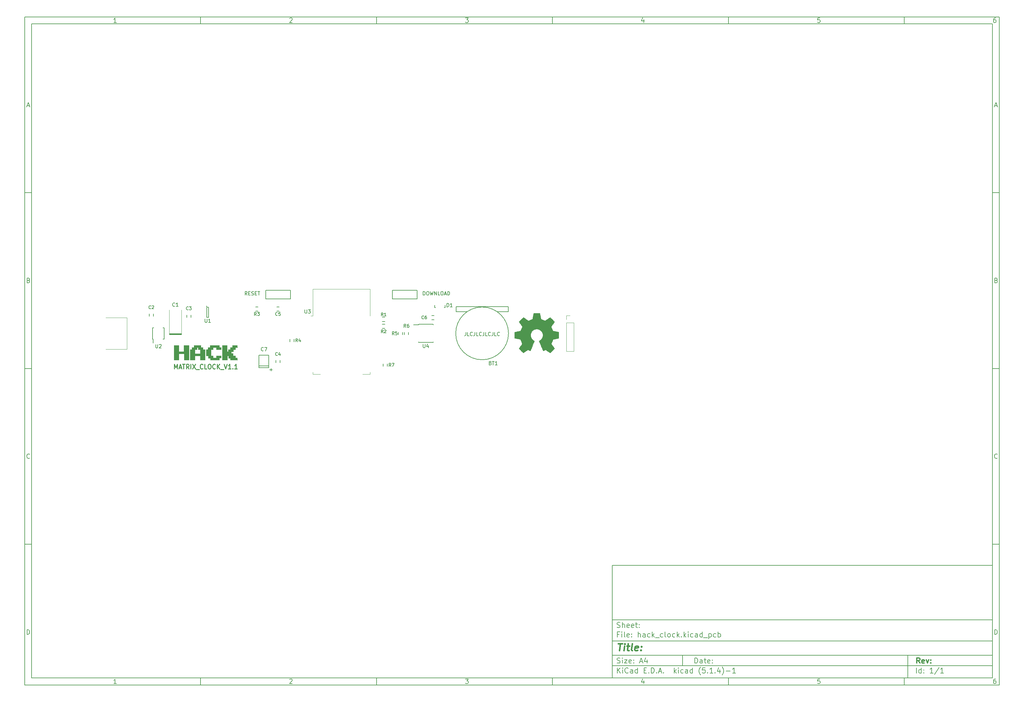
<source format=gto>
G04 #@! TF.GenerationSoftware,KiCad,Pcbnew,(5.1.4)-1*
G04 #@! TF.CreationDate,2019-11-05T14:40:22+08:00*
G04 #@! TF.ProjectId,hack_clock,6861636b-5f63-46c6-9f63-6b2e6b696361,rev?*
G04 #@! TF.SameCoordinates,Original*
G04 #@! TF.FileFunction,Legend,Top*
G04 #@! TF.FilePolarity,Positive*
%FSLAX46Y46*%
G04 Gerber Fmt 4.6, Leading zero omitted, Abs format (unit mm)*
G04 Created by KiCad (PCBNEW (5.1.4)-1) date 2019-11-05 14:40:22*
%MOMM*%
%LPD*%
G04 APERTURE LIST*
%ADD10C,0.150000*%
%ADD11C,0.300000*%
%ADD12C,0.400000*%
%ADD13C,0.280000*%
%ADD14C,0.200000*%
%ADD15C,0.180000*%
%ADD16C,0.120000*%
%ADD17C,0.010000*%
G04 APERTURE END LIST*
D10*
X177002200Y-166007200D02*
X177002200Y-198007200D01*
X285002200Y-198007200D01*
X285002200Y-166007200D01*
X177002200Y-166007200D01*
X10000000Y-10000000D02*
X10000000Y-200007200D01*
X287002200Y-200007200D01*
X287002200Y-10000000D01*
X10000000Y-10000000D01*
X12000000Y-12000000D02*
X12000000Y-198007200D01*
X285002200Y-198007200D01*
X285002200Y-12000000D01*
X12000000Y-12000000D01*
X60000000Y-12000000D02*
X60000000Y-10000000D01*
X110000000Y-12000000D02*
X110000000Y-10000000D01*
X160000000Y-12000000D02*
X160000000Y-10000000D01*
X210000000Y-12000000D02*
X210000000Y-10000000D01*
X260000000Y-12000000D02*
X260000000Y-10000000D01*
X36065476Y-11588095D02*
X35322619Y-11588095D01*
X35694047Y-11588095D02*
X35694047Y-10288095D01*
X35570238Y-10473809D01*
X35446428Y-10597619D01*
X35322619Y-10659523D01*
X85322619Y-10411904D02*
X85384523Y-10350000D01*
X85508333Y-10288095D01*
X85817857Y-10288095D01*
X85941666Y-10350000D01*
X86003571Y-10411904D01*
X86065476Y-10535714D01*
X86065476Y-10659523D01*
X86003571Y-10845238D01*
X85260714Y-11588095D01*
X86065476Y-11588095D01*
X135260714Y-10288095D02*
X136065476Y-10288095D01*
X135632142Y-10783333D01*
X135817857Y-10783333D01*
X135941666Y-10845238D01*
X136003571Y-10907142D01*
X136065476Y-11030952D01*
X136065476Y-11340476D01*
X136003571Y-11464285D01*
X135941666Y-11526190D01*
X135817857Y-11588095D01*
X135446428Y-11588095D01*
X135322619Y-11526190D01*
X135260714Y-11464285D01*
X185941666Y-10721428D02*
X185941666Y-11588095D01*
X185632142Y-10226190D02*
X185322619Y-11154761D01*
X186127380Y-11154761D01*
X236003571Y-10288095D02*
X235384523Y-10288095D01*
X235322619Y-10907142D01*
X235384523Y-10845238D01*
X235508333Y-10783333D01*
X235817857Y-10783333D01*
X235941666Y-10845238D01*
X236003571Y-10907142D01*
X236065476Y-11030952D01*
X236065476Y-11340476D01*
X236003571Y-11464285D01*
X235941666Y-11526190D01*
X235817857Y-11588095D01*
X235508333Y-11588095D01*
X235384523Y-11526190D01*
X235322619Y-11464285D01*
X285941666Y-10288095D02*
X285694047Y-10288095D01*
X285570238Y-10350000D01*
X285508333Y-10411904D01*
X285384523Y-10597619D01*
X285322619Y-10845238D01*
X285322619Y-11340476D01*
X285384523Y-11464285D01*
X285446428Y-11526190D01*
X285570238Y-11588095D01*
X285817857Y-11588095D01*
X285941666Y-11526190D01*
X286003571Y-11464285D01*
X286065476Y-11340476D01*
X286065476Y-11030952D01*
X286003571Y-10907142D01*
X285941666Y-10845238D01*
X285817857Y-10783333D01*
X285570238Y-10783333D01*
X285446428Y-10845238D01*
X285384523Y-10907142D01*
X285322619Y-11030952D01*
X60000000Y-198007200D02*
X60000000Y-200007200D01*
X110000000Y-198007200D02*
X110000000Y-200007200D01*
X160000000Y-198007200D02*
X160000000Y-200007200D01*
X210000000Y-198007200D02*
X210000000Y-200007200D01*
X260000000Y-198007200D02*
X260000000Y-200007200D01*
X36065476Y-199595295D02*
X35322619Y-199595295D01*
X35694047Y-199595295D02*
X35694047Y-198295295D01*
X35570238Y-198481009D01*
X35446428Y-198604819D01*
X35322619Y-198666723D01*
X85322619Y-198419104D02*
X85384523Y-198357200D01*
X85508333Y-198295295D01*
X85817857Y-198295295D01*
X85941666Y-198357200D01*
X86003571Y-198419104D01*
X86065476Y-198542914D01*
X86065476Y-198666723D01*
X86003571Y-198852438D01*
X85260714Y-199595295D01*
X86065476Y-199595295D01*
X135260714Y-198295295D02*
X136065476Y-198295295D01*
X135632142Y-198790533D01*
X135817857Y-198790533D01*
X135941666Y-198852438D01*
X136003571Y-198914342D01*
X136065476Y-199038152D01*
X136065476Y-199347676D01*
X136003571Y-199471485D01*
X135941666Y-199533390D01*
X135817857Y-199595295D01*
X135446428Y-199595295D01*
X135322619Y-199533390D01*
X135260714Y-199471485D01*
X185941666Y-198728628D02*
X185941666Y-199595295D01*
X185632142Y-198233390D02*
X185322619Y-199161961D01*
X186127380Y-199161961D01*
X236003571Y-198295295D02*
X235384523Y-198295295D01*
X235322619Y-198914342D01*
X235384523Y-198852438D01*
X235508333Y-198790533D01*
X235817857Y-198790533D01*
X235941666Y-198852438D01*
X236003571Y-198914342D01*
X236065476Y-199038152D01*
X236065476Y-199347676D01*
X236003571Y-199471485D01*
X235941666Y-199533390D01*
X235817857Y-199595295D01*
X235508333Y-199595295D01*
X235384523Y-199533390D01*
X235322619Y-199471485D01*
X285941666Y-198295295D02*
X285694047Y-198295295D01*
X285570238Y-198357200D01*
X285508333Y-198419104D01*
X285384523Y-198604819D01*
X285322619Y-198852438D01*
X285322619Y-199347676D01*
X285384523Y-199471485D01*
X285446428Y-199533390D01*
X285570238Y-199595295D01*
X285817857Y-199595295D01*
X285941666Y-199533390D01*
X286003571Y-199471485D01*
X286065476Y-199347676D01*
X286065476Y-199038152D01*
X286003571Y-198914342D01*
X285941666Y-198852438D01*
X285817857Y-198790533D01*
X285570238Y-198790533D01*
X285446428Y-198852438D01*
X285384523Y-198914342D01*
X285322619Y-199038152D01*
X10000000Y-60000000D02*
X12000000Y-60000000D01*
X10000000Y-110000000D02*
X12000000Y-110000000D01*
X10000000Y-160000000D02*
X12000000Y-160000000D01*
X10690476Y-35216666D02*
X11309523Y-35216666D01*
X10566666Y-35588095D02*
X11000000Y-34288095D01*
X11433333Y-35588095D01*
X11092857Y-84907142D02*
X11278571Y-84969047D01*
X11340476Y-85030952D01*
X11402380Y-85154761D01*
X11402380Y-85340476D01*
X11340476Y-85464285D01*
X11278571Y-85526190D01*
X11154761Y-85588095D01*
X10659523Y-85588095D01*
X10659523Y-84288095D01*
X11092857Y-84288095D01*
X11216666Y-84350000D01*
X11278571Y-84411904D01*
X11340476Y-84535714D01*
X11340476Y-84659523D01*
X11278571Y-84783333D01*
X11216666Y-84845238D01*
X11092857Y-84907142D01*
X10659523Y-84907142D01*
X11402380Y-135464285D02*
X11340476Y-135526190D01*
X11154761Y-135588095D01*
X11030952Y-135588095D01*
X10845238Y-135526190D01*
X10721428Y-135402380D01*
X10659523Y-135278571D01*
X10597619Y-135030952D01*
X10597619Y-134845238D01*
X10659523Y-134597619D01*
X10721428Y-134473809D01*
X10845238Y-134350000D01*
X11030952Y-134288095D01*
X11154761Y-134288095D01*
X11340476Y-134350000D01*
X11402380Y-134411904D01*
X10659523Y-185588095D02*
X10659523Y-184288095D01*
X10969047Y-184288095D01*
X11154761Y-184350000D01*
X11278571Y-184473809D01*
X11340476Y-184597619D01*
X11402380Y-184845238D01*
X11402380Y-185030952D01*
X11340476Y-185278571D01*
X11278571Y-185402380D01*
X11154761Y-185526190D01*
X10969047Y-185588095D01*
X10659523Y-185588095D01*
X287002200Y-60000000D02*
X285002200Y-60000000D01*
X287002200Y-110000000D02*
X285002200Y-110000000D01*
X287002200Y-160000000D02*
X285002200Y-160000000D01*
X285692676Y-35216666D02*
X286311723Y-35216666D01*
X285568866Y-35588095D02*
X286002200Y-34288095D01*
X286435533Y-35588095D01*
X286095057Y-84907142D02*
X286280771Y-84969047D01*
X286342676Y-85030952D01*
X286404580Y-85154761D01*
X286404580Y-85340476D01*
X286342676Y-85464285D01*
X286280771Y-85526190D01*
X286156961Y-85588095D01*
X285661723Y-85588095D01*
X285661723Y-84288095D01*
X286095057Y-84288095D01*
X286218866Y-84350000D01*
X286280771Y-84411904D01*
X286342676Y-84535714D01*
X286342676Y-84659523D01*
X286280771Y-84783333D01*
X286218866Y-84845238D01*
X286095057Y-84907142D01*
X285661723Y-84907142D01*
X286404580Y-135464285D02*
X286342676Y-135526190D01*
X286156961Y-135588095D01*
X286033152Y-135588095D01*
X285847438Y-135526190D01*
X285723628Y-135402380D01*
X285661723Y-135278571D01*
X285599819Y-135030952D01*
X285599819Y-134845238D01*
X285661723Y-134597619D01*
X285723628Y-134473809D01*
X285847438Y-134350000D01*
X286033152Y-134288095D01*
X286156961Y-134288095D01*
X286342676Y-134350000D01*
X286404580Y-134411904D01*
X285661723Y-185588095D02*
X285661723Y-184288095D01*
X285971247Y-184288095D01*
X286156961Y-184350000D01*
X286280771Y-184473809D01*
X286342676Y-184597619D01*
X286404580Y-184845238D01*
X286404580Y-185030952D01*
X286342676Y-185278571D01*
X286280771Y-185402380D01*
X286156961Y-185526190D01*
X285971247Y-185588095D01*
X285661723Y-185588095D01*
X200434342Y-193785771D02*
X200434342Y-192285771D01*
X200791485Y-192285771D01*
X201005771Y-192357200D01*
X201148628Y-192500057D01*
X201220057Y-192642914D01*
X201291485Y-192928628D01*
X201291485Y-193142914D01*
X201220057Y-193428628D01*
X201148628Y-193571485D01*
X201005771Y-193714342D01*
X200791485Y-193785771D01*
X200434342Y-193785771D01*
X202577200Y-193785771D02*
X202577200Y-193000057D01*
X202505771Y-192857200D01*
X202362914Y-192785771D01*
X202077200Y-192785771D01*
X201934342Y-192857200D01*
X202577200Y-193714342D02*
X202434342Y-193785771D01*
X202077200Y-193785771D01*
X201934342Y-193714342D01*
X201862914Y-193571485D01*
X201862914Y-193428628D01*
X201934342Y-193285771D01*
X202077200Y-193214342D01*
X202434342Y-193214342D01*
X202577200Y-193142914D01*
X203077200Y-192785771D02*
X203648628Y-192785771D01*
X203291485Y-192285771D02*
X203291485Y-193571485D01*
X203362914Y-193714342D01*
X203505771Y-193785771D01*
X203648628Y-193785771D01*
X204720057Y-193714342D02*
X204577200Y-193785771D01*
X204291485Y-193785771D01*
X204148628Y-193714342D01*
X204077200Y-193571485D01*
X204077200Y-193000057D01*
X204148628Y-192857200D01*
X204291485Y-192785771D01*
X204577200Y-192785771D01*
X204720057Y-192857200D01*
X204791485Y-193000057D01*
X204791485Y-193142914D01*
X204077200Y-193285771D01*
X205434342Y-193642914D02*
X205505771Y-193714342D01*
X205434342Y-193785771D01*
X205362914Y-193714342D01*
X205434342Y-193642914D01*
X205434342Y-193785771D01*
X205434342Y-192857200D02*
X205505771Y-192928628D01*
X205434342Y-193000057D01*
X205362914Y-192928628D01*
X205434342Y-192857200D01*
X205434342Y-193000057D01*
X177002200Y-194507200D02*
X285002200Y-194507200D01*
X178434342Y-196585771D02*
X178434342Y-195085771D01*
X179291485Y-196585771D02*
X178648628Y-195728628D01*
X179291485Y-195085771D02*
X178434342Y-195942914D01*
X179934342Y-196585771D02*
X179934342Y-195585771D01*
X179934342Y-195085771D02*
X179862914Y-195157200D01*
X179934342Y-195228628D01*
X180005771Y-195157200D01*
X179934342Y-195085771D01*
X179934342Y-195228628D01*
X181505771Y-196442914D02*
X181434342Y-196514342D01*
X181220057Y-196585771D01*
X181077200Y-196585771D01*
X180862914Y-196514342D01*
X180720057Y-196371485D01*
X180648628Y-196228628D01*
X180577200Y-195942914D01*
X180577200Y-195728628D01*
X180648628Y-195442914D01*
X180720057Y-195300057D01*
X180862914Y-195157200D01*
X181077200Y-195085771D01*
X181220057Y-195085771D01*
X181434342Y-195157200D01*
X181505771Y-195228628D01*
X182791485Y-196585771D02*
X182791485Y-195800057D01*
X182720057Y-195657200D01*
X182577200Y-195585771D01*
X182291485Y-195585771D01*
X182148628Y-195657200D01*
X182791485Y-196514342D02*
X182648628Y-196585771D01*
X182291485Y-196585771D01*
X182148628Y-196514342D01*
X182077200Y-196371485D01*
X182077200Y-196228628D01*
X182148628Y-196085771D01*
X182291485Y-196014342D01*
X182648628Y-196014342D01*
X182791485Y-195942914D01*
X184148628Y-196585771D02*
X184148628Y-195085771D01*
X184148628Y-196514342D02*
X184005771Y-196585771D01*
X183720057Y-196585771D01*
X183577200Y-196514342D01*
X183505771Y-196442914D01*
X183434342Y-196300057D01*
X183434342Y-195871485D01*
X183505771Y-195728628D01*
X183577200Y-195657200D01*
X183720057Y-195585771D01*
X184005771Y-195585771D01*
X184148628Y-195657200D01*
X186005771Y-195800057D02*
X186505771Y-195800057D01*
X186720057Y-196585771D02*
X186005771Y-196585771D01*
X186005771Y-195085771D01*
X186720057Y-195085771D01*
X187362914Y-196442914D02*
X187434342Y-196514342D01*
X187362914Y-196585771D01*
X187291485Y-196514342D01*
X187362914Y-196442914D01*
X187362914Y-196585771D01*
X188077200Y-196585771D02*
X188077200Y-195085771D01*
X188434342Y-195085771D01*
X188648628Y-195157200D01*
X188791485Y-195300057D01*
X188862914Y-195442914D01*
X188934342Y-195728628D01*
X188934342Y-195942914D01*
X188862914Y-196228628D01*
X188791485Y-196371485D01*
X188648628Y-196514342D01*
X188434342Y-196585771D01*
X188077200Y-196585771D01*
X189577200Y-196442914D02*
X189648628Y-196514342D01*
X189577200Y-196585771D01*
X189505771Y-196514342D01*
X189577200Y-196442914D01*
X189577200Y-196585771D01*
X190220057Y-196157200D02*
X190934342Y-196157200D01*
X190077200Y-196585771D02*
X190577200Y-195085771D01*
X191077200Y-196585771D01*
X191577200Y-196442914D02*
X191648628Y-196514342D01*
X191577200Y-196585771D01*
X191505771Y-196514342D01*
X191577200Y-196442914D01*
X191577200Y-196585771D01*
X194577200Y-196585771D02*
X194577200Y-195085771D01*
X194720057Y-196014342D02*
X195148628Y-196585771D01*
X195148628Y-195585771D02*
X194577200Y-196157200D01*
X195791485Y-196585771D02*
X195791485Y-195585771D01*
X195791485Y-195085771D02*
X195720057Y-195157200D01*
X195791485Y-195228628D01*
X195862914Y-195157200D01*
X195791485Y-195085771D01*
X195791485Y-195228628D01*
X197148628Y-196514342D02*
X197005771Y-196585771D01*
X196720057Y-196585771D01*
X196577200Y-196514342D01*
X196505771Y-196442914D01*
X196434342Y-196300057D01*
X196434342Y-195871485D01*
X196505771Y-195728628D01*
X196577200Y-195657200D01*
X196720057Y-195585771D01*
X197005771Y-195585771D01*
X197148628Y-195657200D01*
X198434342Y-196585771D02*
X198434342Y-195800057D01*
X198362914Y-195657200D01*
X198220057Y-195585771D01*
X197934342Y-195585771D01*
X197791485Y-195657200D01*
X198434342Y-196514342D02*
X198291485Y-196585771D01*
X197934342Y-196585771D01*
X197791485Y-196514342D01*
X197720057Y-196371485D01*
X197720057Y-196228628D01*
X197791485Y-196085771D01*
X197934342Y-196014342D01*
X198291485Y-196014342D01*
X198434342Y-195942914D01*
X199791485Y-196585771D02*
X199791485Y-195085771D01*
X199791485Y-196514342D02*
X199648628Y-196585771D01*
X199362914Y-196585771D01*
X199220057Y-196514342D01*
X199148628Y-196442914D01*
X199077200Y-196300057D01*
X199077200Y-195871485D01*
X199148628Y-195728628D01*
X199220057Y-195657200D01*
X199362914Y-195585771D01*
X199648628Y-195585771D01*
X199791485Y-195657200D01*
X202077200Y-197157200D02*
X202005771Y-197085771D01*
X201862914Y-196871485D01*
X201791485Y-196728628D01*
X201720057Y-196514342D01*
X201648628Y-196157200D01*
X201648628Y-195871485D01*
X201720057Y-195514342D01*
X201791485Y-195300057D01*
X201862914Y-195157200D01*
X202005771Y-194942914D01*
X202077200Y-194871485D01*
X203362914Y-195085771D02*
X202648628Y-195085771D01*
X202577200Y-195800057D01*
X202648628Y-195728628D01*
X202791485Y-195657200D01*
X203148628Y-195657200D01*
X203291485Y-195728628D01*
X203362914Y-195800057D01*
X203434342Y-195942914D01*
X203434342Y-196300057D01*
X203362914Y-196442914D01*
X203291485Y-196514342D01*
X203148628Y-196585771D01*
X202791485Y-196585771D01*
X202648628Y-196514342D01*
X202577200Y-196442914D01*
X204077200Y-196442914D02*
X204148628Y-196514342D01*
X204077200Y-196585771D01*
X204005771Y-196514342D01*
X204077200Y-196442914D01*
X204077200Y-196585771D01*
X205577200Y-196585771D02*
X204720057Y-196585771D01*
X205148628Y-196585771D02*
X205148628Y-195085771D01*
X205005771Y-195300057D01*
X204862914Y-195442914D01*
X204720057Y-195514342D01*
X206220057Y-196442914D02*
X206291485Y-196514342D01*
X206220057Y-196585771D01*
X206148628Y-196514342D01*
X206220057Y-196442914D01*
X206220057Y-196585771D01*
X207577200Y-195585771D02*
X207577200Y-196585771D01*
X207220057Y-195014342D02*
X206862914Y-196085771D01*
X207791485Y-196085771D01*
X208220057Y-197157200D02*
X208291485Y-197085771D01*
X208434342Y-196871485D01*
X208505771Y-196728628D01*
X208577200Y-196514342D01*
X208648628Y-196157200D01*
X208648628Y-195871485D01*
X208577200Y-195514342D01*
X208505771Y-195300057D01*
X208434342Y-195157200D01*
X208291485Y-194942914D01*
X208220057Y-194871485D01*
X209362914Y-196014342D02*
X210505771Y-196014342D01*
X212005771Y-196585771D02*
X211148628Y-196585771D01*
X211577200Y-196585771D02*
X211577200Y-195085771D01*
X211434342Y-195300057D01*
X211291485Y-195442914D01*
X211148628Y-195514342D01*
X177002200Y-191507200D02*
X285002200Y-191507200D01*
D11*
X264411485Y-193785771D02*
X263911485Y-193071485D01*
X263554342Y-193785771D02*
X263554342Y-192285771D01*
X264125771Y-192285771D01*
X264268628Y-192357200D01*
X264340057Y-192428628D01*
X264411485Y-192571485D01*
X264411485Y-192785771D01*
X264340057Y-192928628D01*
X264268628Y-193000057D01*
X264125771Y-193071485D01*
X263554342Y-193071485D01*
X265625771Y-193714342D02*
X265482914Y-193785771D01*
X265197200Y-193785771D01*
X265054342Y-193714342D01*
X264982914Y-193571485D01*
X264982914Y-193000057D01*
X265054342Y-192857200D01*
X265197200Y-192785771D01*
X265482914Y-192785771D01*
X265625771Y-192857200D01*
X265697200Y-193000057D01*
X265697200Y-193142914D01*
X264982914Y-193285771D01*
X266197200Y-192785771D02*
X266554342Y-193785771D01*
X266911485Y-192785771D01*
X267482914Y-193642914D02*
X267554342Y-193714342D01*
X267482914Y-193785771D01*
X267411485Y-193714342D01*
X267482914Y-193642914D01*
X267482914Y-193785771D01*
X267482914Y-192857200D02*
X267554342Y-192928628D01*
X267482914Y-193000057D01*
X267411485Y-192928628D01*
X267482914Y-192857200D01*
X267482914Y-193000057D01*
D10*
X178362914Y-193714342D02*
X178577200Y-193785771D01*
X178934342Y-193785771D01*
X179077200Y-193714342D01*
X179148628Y-193642914D01*
X179220057Y-193500057D01*
X179220057Y-193357200D01*
X179148628Y-193214342D01*
X179077200Y-193142914D01*
X178934342Y-193071485D01*
X178648628Y-193000057D01*
X178505771Y-192928628D01*
X178434342Y-192857200D01*
X178362914Y-192714342D01*
X178362914Y-192571485D01*
X178434342Y-192428628D01*
X178505771Y-192357200D01*
X178648628Y-192285771D01*
X179005771Y-192285771D01*
X179220057Y-192357200D01*
X179862914Y-193785771D02*
X179862914Y-192785771D01*
X179862914Y-192285771D02*
X179791485Y-192357200D01*
X179862914Y-192428628D01*
X179934342Y-192357200D01*
X179862914Y-192285771D01*
X179862914Y-192428628D01*
X180434342Y-192785771D02*
X181220057Y-192785771D01*
X180434342Y-193785771D01*
X181220057Y-193785771D01*
X182362914Y-193714342D02*
X182220057Y-193785771D01*
X181934342Y-193785771D01*
X181791485Y-193714342D01*
X181720057Y-193571485D01*
X181720057Y-193000057D01*
X181791485Y-192857200D01*
X181934342Y-192785771D01*
X182220057Y-192785771D01*
X182362914Y-192857200D01*
X182434342Y-193000057D01*
X182434342Y-193142914D01*
X181720057Y-193285771D01*
X183077200Y-193642914D02*
X183148628Y-193714342D01*
X183077200Y-193785771D01*
X183005771Y-193714342D01*
X183077200Y-193642914D01*
X183077200Y-193785771D01*
X183077200Y-192857200D02*
X183148628Y-192928628D01*
X183077200Y-193000057D01*
X183005771Y-192928628D01*
X183077200Y-192857200D01*
X183077200Y-193000057D01*
X184862914Y-193357200D02*
X185577200Y-193357200D01*
X184720057Y-193785771D02*
X185220057Y-192285771D01*
X185720057Y-193785771D01*
X186862914Y-192785771D02*
X186862914Y-193785771D01*
X186505771Y-192214342D02*
X186148628Y-193285771D01*
X187077200Y-193285771D01*
X263434342Y-196585771D02*
X263434342Y-195085771D01*
X264791485Y-196585771D02*
X264791485Y-195085771D01*
X264791485Y-196514342D02*
X264648628Y-196585771D01*
X264362914Y-196585771D01*
X264220057Y-196514342D01*
X264148628Y-196442914D01*
X264077200Y-196300057D01*
X264077200Y-195871485D01*
X264148628Y-195728628D01*
X264220057Y-195657200D01*
X264362914Y-195585771D01*
X264648628Y-195585771D01*
X264791485Y-195657200D01*
X265505771Y-196442914D02*
X265577200Y-196514342D01*
X265505771Y-196585771D01*
X265434342Y-196514342D01*
X265505771Y-196442914D01*
X265505771Y-196585771D01*
X265505771Y-195657200D02*
X265577200Y-195728628D01*
X265505771Y-195800057D01*
X265434342Y-195728628D01*
X265505771Y-195657200D01*
X265505771Y-195800057D01*
X268148628Y-196585771D02*
X267291485Y-196585771D01*
X267720057Y-196585771D02*
X267720057Y-195085771D01*
X267577200Y-195300057D01*
X267434342Y-195442914D01*
X267291485Y-195514342D01*
X269862914Y-195014342D02*
X268577200Y-196942914D01*
X271148628Y-196585771D02*
X270291485Y-196585771D01*
X270720057Y-196585771D02*
X270720057Y-195085771D01*
X270577200Y-195300057D01*
X270434342Y-195442914D01*
X270291485Y-195514342D01*
X177002200Y-187507200D02*
X285002200Y-187507200D01*
D12*
X178714580Y-188211961D02*
X179857438Y-188211961D01*
X179036009Y-190211961D02*
X179286009Y-188211961D01*
X180274104Y-190211961D02*
X180440771Y-188878628D01*
X180524104Y-188211961D02*
X180416961Y-188307200D01*
X180500295Y-188402438D01*
X180607438Y-188307200D01*
X180524104Y-188211961D01*
X180500295Y-188402438D01*
X181107438Y-188878628D02*
X181869342Y-188878628D01*
X181476485Y-188211961D02*
X181262200Y-189926247D01*
X181333628Y-190116723D01*
X181512200Y-190211961D01*
X181702676Y-190211961D01*
X182655057Y-190211961D02*
X182476485Y-190116723D01*
X182405057Y-189926247D01*
X182619342Y-188211961D01*
X184190771Y-190116723D02*
X183988390Y-190211961D01*
X183607438Y-190211961D01*
X183428866Y-190116723D01*
X183357438Y-189926247D01*
X183452676Y-189164342D01*
X183571723Y-188973866D01*
X183774104Y-188878628D01*
X184155057Y-188878628D01*
X184333628Y-188973866D01*
X184405057Y-189164342D01*
X184381247Y-189354819D01*
X183405057Y-189545295D01*
X185155057Y-190021485D02*
X185238390Y-190116723D01*
X185131247Y-190211961D01*
X185047914Y-190116723D01*
X185155057Y-190021485D01*
X185131247Y-190211961D01*
X185286009Y-188973866D02*
X185369342Y-189069104D01*
X185262200Y-189164342D01*
X185178866Y-189069104D01*
X185286009Y-188973866D01*
X185262200Y-189164342D01*
D10*
X178934342Y-185600057D02*
X178434342Y-185600057D01*
X178434342Y-186385771D02*
X178434342Y-184885771D01*
X179148628Y-184885771D01*
X179720057Y-186385771D02*
X179720057Y-185385771D01*
X179720057Y-184885771D02*
X179648628Y-184957200D01*
X179720057Y-185028628D01*
X179791485Y-184957200D01*
X179720057Y-184885771D01*
X179720057Y-185028628D01*
X180648628Y-186385771D02*
X180505771Y-186314342D01*
X180434342Y-186171485D01*
X180434342Y-184885771D01*
X181791485Y-186314342D02*
X181648628Y-186385771D01*
X181362914Y-186385771D01*
X181220057Y-186314342D01*
X181148628Y-186171485D01*
X181148628Y-185600057D01*
X181220057Y-185457200D01*
X181362914Y-185385771D01*
X181648628Y-185385771D01*
X181791485Y-185457200D01*
X181862914Y-185600057D01*
X181862914Y-185742914D01*
X181148628Y-185885771D01*
X182505771Y-186242914D02*
X182577200Y-186314342D01*
X182505771Y-186385771D01*
X182434342Y-186314342D01*
X182505771Y-186242914D01*
X182505771Y-186385771D01*
X182505771Y-185457200D02*
X182577200Y-185528628D01*
X182505771Y-185600057D01*
X182434342Y-185528628D01*
X182505771Y-185457200D01*
X182505771Y-185600057D01*
X184362914Y-186385771D02*
X184362914Y-184885771D01*
X185005771Y-186385771D02*
X185005771Y-185600057D01*
X184934342Y-185457200D01*
X184791485Y-185385771D01*
X184577200Y-185385771D01*
X184434342Y-185457200D01*
X184362914Y-185528628D01*
X186362914Y-186385771D02*
X186362914Y-185600057D01*
X186291485Y-185457200D01*
X186148628Y-185385771D01*
X185862914Y-185385771D01*
X185720057Y-185457200D01*
X186362914Y-186314342D02*
X186220057Y-186385771D01*
X185862914Y-186385771D01*
X185720057Y-186314342D01*
X185648628Y-186171485D01*
X185648628Y-186028628D01*
X185720057Y-185885771D01*
X185862914Y-185814342D01*
X186220057Y-185814342D01*
X186362914Y-185742914D01*
X187720057Y-186314342D02*
X187577200Y-186385771D01*
X187291485Y-186385771D01*
X187148628Y-186314342D01*
X187077200Y-186242914D01*
X187005771Y-186100057D01*
X187005771Y-185671485D01*
X187077200Y-185528628D01*
X187148628Y-185457200D01*
X187291485Y-185385771D01*
X187577200Y-185385771D01*
X187720057Y-185457200D01*
X188362914Y-186385771D02*
X188362914Y-184885771D01*
X188505771Y-185814342D02*
X188934342Y-186385771D01*
X188934342Y-185385771D02*
X188362914Y-185957200D01*
X189220057Y-186528628D02*
X190362914Y-186528628D01*
X191362914Y-186314342D02*
X191220057Y-186385771D01*
X190934342Y-186385771D01*
X190791485Y-186314342D01*
X190720057Y-186242914D01*
X190648628Y-186100057D01*
X190648628Y-185671485D01*
X190720057Y-185528628D01*
X190791485Y-185457200D01*
X190934342Y-185385771D01*
X191220057Y-185385771D01*
X191362914Y-185457200D01*
X192220057Y-186385771D02*
X192077200Y-186314342D01*
X192005771Y-186171485D01*
X192005771Y-184885771D01*
X193005771Y-186385771D02*
X192862914Y-186314342D01*
X192791485Y-186242914D01*
X192720057Y-186100057D01*
X192720057Y-185671485D01*
X192791485Y-185528628D01*
X192862914Y-185457200D01*
X193005771Y-185385771D01*
X193220057Y-185385771D01*
X193362914Y-185457200D01*
X193434342Y-185528628D01*
X193505771Y-185671485D01*
X193505771Y-186100057D01*
X193434342Y-186242914D01*
X193362914Y-186314342D01*
X193220057Y-186385771D01*
X193005771Y-186385771D01*
X194791485Y-186314342D02*
X194648628Y-186385771D01*
X194362914Y-186385771D01*
X194220057Y-186314342D01*
X194148628Y-186242914D01*
X194077200Y-186100057D01*
X194077200Y-185671485D01*
X194148628Y-185528628D01*
X194220057Y-185457200D01*
X194362914Y-185385771D01*
X194648628Y-185385771D01*
X194791485Y-185457200D01*
X195434342Y-186385771D02*
X195434342Y-184885771D01*
X195577200Y-185814342D02*
X196005771Y-186385771D01*
X196005771Y-185385771D02*
X195434342Y-185957200D01*
X196648628Y-186242914D02*
X196720057Y-186314342D01*
X196648628Y-186385771D01*
X196577200Y-186314342D01*
X196648628Y-186242914D01*
X196648628Y-186385771D01*
X197362914Y-186385771D02*
X197362914Y-184885771D01*
X197505771Y-185814342D02*
X197934342Y-186385771D01*
X197934342Y-185385771D02*
X197362914Y-185957200D01*
X198577200Y-186385771D02*
X198577200Y-185385771D01*
X198577200Y-184885771D02*
X198505771Y-184957200D01*
X198577200Y-185028628D01*
X198648628Y-184957200D01*
X198577200Y-184885771D01*
X198577200Y-185028628D01*
X199934342Y-186314342D02*
X199791485Y-186385771D01*
X199505771Y-186385771D01*
X199362914Y-186314342D01*
X199291485Y-186242914D01*
X199220057Y-186100057D01*
X199220057Y-185671485D01*
X199291485Y-185528628D01*
X199362914Y-185457200D01*
X199505771Y-185385771D01*
X199791485Y-185385771D01*
X199934342Y-185457200D01*
X201220057Y-186385771D02*
X201220057Y-185600057D01*
X201148628Y-185457200D01*
X201005771Y-185385771D01*
X200720057Y-185385771D01*
X200577200Y-185457200D01*
X201220057Y-186314342D02*
X201077200Y-186385771D01*
X200720057Y-186385771D01*
X200577200Y-186314342D01*
X200505771Y-186171485D01*
X200505771Y-186028628D01*
X200577200Y-185885771D01*
X200720057Y-185814342D01*
X201077200Y-185814342D01*
X201220057Y-185742914D01*
X202577200Y-186385771D02*
X202577200Y-184885771D01*
X202577200Y-186314342D02*
X202434342Y-186385771D01*
X202148628Y-186385771D01*
X202005771Y-186314342D01*
X201934342Y-186242914D01*
X201862914Y-186100057D01*
X201862914Y-185671485D01*
X201934342Y-185528628D01*
X202005771Y-185457200D01*
X202148628Y-185385771D01*
X202434342Y-185385771D01*
X202577200Y-185457200D01*
X202934342Y-186528628D02*
X204077200Y-186528628D01*
X204434342Y-185385771D02*
X204434342Y-186885771D01*
X204434342Y-185457200D02*
X204577200Y-185385771D01*
X204862914Y-185385771D01*
X205005771Y-185457200D01*
X205077200Y-185528628D01*
X205148628Y-185671485D01*
X205148628Y-186100057D01*
X205077200Y-186242914D01*
X205005771Y-186314342D01*
X204862914Y-186385771D01*
X204577200Y-186385771D01*
X204434342Y-186314342D01*
X206434342Y-186314342D02*
X206291485Y-186385771D01*
X206005771Y-186385771D01*
X205862914Y-186314342D01*
X205791485Y-186242914D01*
X205720057Y-186100057D01*
X205720057Y-185671485D01*
X205791485Y-185528628D01*
X205862914Y-185457200D01*
X206005771Y-185385771D01*
X206291485Y-185385771D01*
X206434342Y-185457200D01*
X207077200Y-186385771D02*
X207077200Y-184885771D01*
X207077200Y-185457200D02*
X207220057Y-185385771D01*
X207505771Y-185385771D01*
X207648628Y-185457200D01*
X207720057Y-185528628D01*
X207791485Y-185671485D01*
X207791485Y-186100057D01*
X207720057Y-186242914D01*
X207648628Y-186314342D01*
X207505771Y-186385771D01*
X207220057Y-186385771D01*
X207077200Y-186314342D01*
X177002200Y-181507200D02*
X285002200Y-181507200D01*
X178362914Y-183614342D02*
X178577200Y-183685771D01*
X178934342Y-183685771D01*
X179077200Y-183614342D01*
X179148628Y-183542914D01*
X179220057Y-183400057D01*
X179220057Y-183257200D01*
X179148628Y-183114342D01*
X179077200Y-183042914D01*
X178934342Y-182971485D01*
X178648628Y-182900057D01*
X178505771Y-182828628D01*
X178434342Y-182757200D01*
X178362914Y-182614342D01*
X178362914Y-182471485D01*
X178434342Y-182328628D01*
X178505771Y-182257200D01*
X178648628Y-182185771D01*
X179005771Y-182185771D01*
X179220057Y-182257200D01*
X179862914Y-183685771D02*
X179862914Y-182185771D01*
X180505771Y-183685771D02*
X180505771Y-182900057D01*
X180434342Y-182757200D01*
X180291485Y-182685771D01*
X180077200Y-182685771D01*
X179934342Y-182757200D01*
X179862914Y-182828628D01*
X181791485Y-183614342D02*
X181648628Y-183685771D01*
X181362914Y-183685771D01*
X181220057Y-183614342D01*
X181148628Y-183471485D01*
X181148628Y-182900057D01*
X181220057Y-182757200D01*
X181362914Y-182685771D01*
X181648628Y-182685771D01*
X181791485Y-182757200D01*
X181862914Y-182900057D01*
X181862914Y-183042914D01*
X181148628Y-183185771D01*
X183077200Y-183614342D02*
X182934342Y-183685771D01*
X182648628Y-183685771D01*
X182505771Y-183614342D01*
X182434342Y-183471485D01*
X182434342Y-182900057D01*
X182505771Y-182757200D01*
X182648628Y-182685771D01*
X182934342Y-182685771D01*
X183077200Y-182757200D01*
X183148628Y-182900057D01*
X183148628Y-183042914D01*
X182434342Y-183185771D01*
X183577200Y-182685771D02*
X184148628Y-182685771D01*
X183791485Y-182185771D02*
X183791485Y-183471485D01*
X183862914Y-183614342D01*
X184005771Y-183685771D01*
X184148628Y-183685771D01*
X184648628Y-183542914D02*
X184720057Y-183614342D01*
X184648628Y-183685771D01*
X184577200Y-183614342D01*
X184648628Y-183542914D01*
X184648628Y-183685771D01*
X184648628Y-182757200D02*
X184720057Y-182828628D01*
X184648628Y-182900057D01*
X184577200Y-182828628D01*
X184648628Y-182757200D01*
X184648628Y-182900057D01*
X197002200Y-191507200D02*
X197002200Y-194507200D01*
X261002200Y-191507200D02*
X261002200Y-198007200D01*
X79629047Y-110311428D02*
X80390952Y-110311428D01*
X80010000Y-110692380D02*
X80010000Y-109930476D01*
X135380952Y-99662380D02*
X135380952Y-100376666D01*
X135333333Y-100519523D01*
X135238095Y-100614761D01*
X135095238Y-100662380D01*
X135000000Y-100662380D01*
X136333333Y-100662380D02*
X135857142Y-100662380D01*
X135857142Y-99662380D01*
X137238095Y-100567142D02*
X137190476Y-100614761D01*
X137047619Y-100662380D01*
X136952380Y-100662380D01*
X136809523Y-100614761D01*
X136714285Y-100519523D01*
X136666666Y-100424285D01*
X136619047Y-100233809D01*
X136619047Y-100090952D01*
X136666666Y-99900476D01*
X136714285Y-99805238D01*
X136809523Y-99710000D01*
X136952380Y-99662380D01*
X137047619Y-99662380D01*
X137190476Y-99710000D01*
X137238095Y-99757619D01*
X137952380Y-99662380D02*
X137952380Y-100376666D01*
X137904761Y-100519523D01*
X137809523Y-100614761D01*
X137666666Y-100662380D01*
X137571428Y-100662380D01*
X138904761Y-100662380D02*
X138428571Y-100662380D01*
X138428571Y-99662380D01*
X139809523Y-100567142D02*
X139761904Y-100614761D01*
X139619047Y-100662380D01*
X139523809Y-100662380D01*
X139380952Y-100614761D01*
X139285714Y-100519523D01*
X139238095Y-100424285D01*
X139190476Y-100233809D01*
X139190476Y-100090952D01*
X139238095Y-99900476D01*
X139285714Y-99805238D01*
X139380952Y-99710000D01*
X139523809Y-99662380D01*
X139619047Y-99662380D01*
X139761904Y-99710000D01*
X139809523Y-99757619D01*
X140523809Y-99662380D02*
X140523809Y-100376666D01*
X140476190Y-100519523D01*
X140380952Y-100614761D01*
X140238095Y-100662380D01*
X140142857Y-100662380D01*
X141476190Y-100662380D02*
X141000000Y-100662380D01*
X141000000Y-99662380D01*
X142380952Y-100567142D02*
X142333333Y-100614761D01*
X142190476Y-100662380D01*
X142095238Y-100662380D01*
X141952380Y-100614761D01*
X141857142Y-100519523D01*
X141809523Y-100424285D01*
X141761904Y-100233809D01*
X141761904Y-100090952D01*
X141809523Y-99900476D01*
X141857142Y-99805238D01*
X141952380Y-99710000D01*
X142095238Y-99662380D01*
X142190476Y-99662380D01*
X142333333Y-99710000D01*
X142380952Y-99757619D01*
X143095238Y-99662380D02*
X143095238Y-100376666D01*
X143047619Y-100519523D01*
X142952380Y-100614761D01*
X142809523Y-100662380D01*
X142714285Y-100662380D01*
X144047619Y-100662380D02*
X143571428Y-100662380D01*
X143571428Y-99662380D01*
X144952380Y-100567142D02*
X144904761Y-100614761D01*
X144761904Y-100662380D01*
X144666666Y-100662380D01*
X144523809Y-100614761D01*
X144428571Y-100519523D01*
X144380952Y-100424285D01*
X144333333Y-100233809D01*
X144333333Y-100090952D01*
X144380952Y-99900476D01*
X144428571Y-99805238D01*
X144523809Y-99710000D01*
X144666666Y-99662380D01*
X144761904Y-99662380D01*
X144904761Y-99710000D01*
X144952380Y-99757619D01*
D13*
X52533333Y-110115238D02*
X52533333Y-108755238D01*
X52946666Y-109726666D01*
X53360000Y-108755238D01*
X53360000Y-110115238D01*
X53891428Y-109726666D02*
X54481904Y-109726666D01*
X53773333Y-110115238D02*
X54186666Y-108755238D01*
X54600000Y-110115238D01*
X54836190Y-108755238D02*
X55544761Y-108755238D01*
X55190476Y-110115238D02*
X55190476Y-108755238D01*
X56666666Y-110115238D02*
X56253333Y-109467619D01*
X55958095Y-110115238D02*
X55958095Y-108755238D01*
X56430476Y-108755238D01*
X56548571Y-108820000D01*
X56607619Y-108884761D01*
X56666666Y-109014285D01*
X56666666Y-109208571D01*
X56607619Y-109338095D01*
X56548571Y-109402857D01*
X56430476Y-109467619D01*
X55958095Y-109467619D01*
X57198095Y-110115238D02*
X57198095Y-108755238D01*
X57670476Y-108755238D02*
X58497142Y-110115238D01*
X58497142Y-108755238D02*
X57670476Y-110115238D01*
X58674285Y-110244761D02*
X59619047Y-110244761D01*
X60622857Y-109985714D02*
X60563809Y-110050476D01*
X60386666Y-110115238D01*
X60268571Y-110115238D01*
X60091428Y-110050476D01*
X59973333Y-109920952D01*
X59914285Y-109791428D01*
X59855238Y-109532380D01*
X59855238Y-109338095D01*
X59914285Y-109079047D01*
X59973333Y-108949523D01*
X60091428Y-108820000D01*
X60268571Y-108755238D01*
X60386666Y-108755238D01*
X60563809Y-108820000D01*
X60622857Y-108884761D01*
X61744761Y-110115238D02*
X61154285Y-110115238D01*
X61154285Y-108755238D01*
X62394285Y-108755238D02*
X62630476Y-108755238D01*
X62748571Y-108820000D01*
X62866666Y-108949523D01*
X62925714Y-109208571D01*
X62925714Y-109661904D01*
X62866666Y-109920952D01*
X62748571Y-110050476D01*
X62630476Y-110115238D01*
X62394285Y-110115238D01*
X62276190Y-110050476D01*
X62158095Y-109920952D01*
X62099047Y-109661904D01*
X62099047Y-109208571D01*
X62158095Y-108949523D01*
X62276190Y-108820000D01*
X62394285Y-108755238D01*
X64165714Y-109985714D02*
X64106666Y-110050476D01*
X63929523Y-110115238D01*
X63811428Y-110115238D01*
X63634285Y-110050476D01*
X63516190Y-109920952D01*
X63457142Y-109791428D01*
X63398095Y-109532380D01*
X63398095Y-109338095D01*
X63457142Y-109079047D01*
X63516190Y-108949523D01*
X63634285Y-108820000D01*
X63811428Y-108755238D01*
X63929523Y-108755238D01*
X64106666Y-108820000D01*
X64165714Y-108884761D01*
X64697142Y-110115238D02*
X64697142Y-108755238D01*
X65405714Y-110115238D02*
X64874285Y-109338095D01*
X65405714Y-108755238D02*
X64697142Y-109532380D01*
X65641904Y-110244761D02*
X66586666Y-110244761D01*
X66704761Y-108755238D02*
X67118095Y-110115238D01*
X67531428Y-108755238D01*
X68594285Y-110115238D02*
X67885714Y-110115238D01*
X68240000Y-110115238D02*
X68240000Y-108755238D01*
X68121904Y-108949523D01*
X68003809Y-109079047D01*
X67885714Y-109143809D01*
X69125714Y-109985714D02*
X69184761Y-110050476D01*
X69125714Y-110115238D01*
X69066666Y-110050476D01*
X69125714Y-109985714D01*
X69125714Y-110115238D01*
X70365714Y-110115238D02*
X69657142Y-110115238D01*
X70011428Y-110115238D02*
X70011428Y-108755238D01*
X69893333Y-108949523D01*
X69775238Y-109079047D01*
X69657142Y-109143809D01*
D14*
X73207619Y-89112380D02*
X72874285Y-88636190D01*
X72636190Y-89112380D02*
X72636190Y-88112380D01*
X73017142Y-88112380D01*
X73112380Y-88160000D01*
X73160000Y-88207619D01*
X73207619Y-88302857D01*
X73207619Y-88445714D01*
X73160000Y-88540952D01*
X73112380Y-88588571D01*
X73017142Y-88636190D01*
X72636190Y-88636190D01*
X73636190Y-88588571D02*
X73969523Y-88588571D01*
X74112380Y-89112380D02*
X73636190Y-89112380D01*
X73636190Y-88112380D01*
X74112380Y-88112380D01*
X74493333Y-89064761D02*
X74636190Y-89112380D01*
X74874285Y-89112380D01*
X74969523Y-89064761D01*
X75017142Y-89017142D01*
X75064761Y-88921904D01*
X75064761Y-88826666D01*
X75017142Y-88731428D01*
X74969523Y-88683809D01*
X74874285Y-88636190D01*
X74683809Y-88588571D01*
X74588571Y-88540952D01*
X74540952Y-88493333D01*
X74493333Y-88398095D01*
X74493333Y-88302857D01*
X74540952Y-88207619D01*
X74588571Y-88160000D01*
X74683809Y-88112380D01*
X74921904Y-88112380D01*
X75064761Y-88160000D01*
X75493333Y-88588571D02*
X75826666Y-88588571D01*
X75969523Y-89112380D02*
X75493333Y-89112380D01*
X75493333Y-88112380D01*
X75969523Y-88112380D01*
X76255238Y-88112380D02*
X76826666Y-88112380D01*
X76540952Y-89112380D02*
X76540952Y-88112380D01*
D15*
X123261904Y-89112380D02*
X123261904Y-88112380D01*
X123500000Y-88112380D01*
X123642857Y-88160000D01*
X123738095Y-88255238D01*
X123785714Y-88350476D01*
X123833333Y-88540952D01*
X123833333Y-88683809D01*
X123785714Y-88874285D01*
X123738095Y-88969523D01*
X123642857Y-89064761D01*
X123500000Y-89112380D01*
X123261904Y-89112380D01*
X124452380Y-88112380D02*
X124642857Y-88112380D01*
X124738095Y-88160000D01*
X124833333Y-88255238D01*
X124880952Y-88445714D01*
X124880952Y-88779047D01*
X124833333Y-88969523D01*
X124738095Y-89064761D01*
X124642857Y-89112380D01*
X124452380Y-89112380D01*
X124357142Y-89064761D01*
X124261904Y-88969523D01*
X124214285Y-88779047D01*
X124214285Y-88445714D01*
X124261904Y-88255238D01*
X124357142Y-88160000D01*
X124452380Y-88112380D01*
X125214285Y-88112380D02*
X125452380Y-89112380D01*
X125642857Y-88398095D01*
X125833333Y-89112380D01*
X126071428Y-88112380D01*
X126452380Y-89112380D02*
X126452380Y-88112380D01*
X127023809Y-89112380D01*
X127023809Y-88112380D01*
X127976190Y-89112380D02*
X127500000Y-89112380D01*
X127500000Y-88112380D01*
X128500000Y-88112380D02*
X128690476Y-88112380D01*
X128785714Y-88160000D01*
X128880952Y-88255238D01*
X128928571Y-88445714D01*
X128928571Y-88779047D01*
X128880952Y-88969523D01*
X128785714Y-89064761D01*
X128690476Y-89112380D01*
X128500000Y-89112380D01*
X128404761Y-89064761D01*
X128309523Y-88969523D01*
X128261904Y-88779047D01*
X128261904Y-88445714D01*
X128309523Y-88255238D01*
X128404761Y-88160000D01*
X128500000Y-88112380D01*
X129309523Y-88826666D02*
X129785714Y-88826666D01*
X129214285Y-89112380D02*
X129547619Y-88112380D01*
X129880952Y-89112380D01*
X130214285Y-89112380D02*
X130214285Y-88112380D01*
X130452380Y-88112380D01*
X130595238Y-88160000D01*
X130690476Y-88255238D01*
X130738095Y-88350476D01*
X130785714Y-88540952D01*
X130785714Y-88683809D01*
X130738095Y-88874285D01*
X130690476Y-88969523D01*
X130595238Y-89064761D01*
X130452380Y-89112380D01*
X130214285Y-89112380D01*
D16*
X51170000Y-100270000D02*
X54500000Y-100290000D01*
X54540000Y-99900000D02*
X54540000Y-100330000D01*
X53700000Y-100330000D02*
X54530000Y-100330000D01*
X51120000Y-100330000D02*
X53700000Y-100330000D01*
X51120000Y-99980000D02*
X51120000Y-100330000D01*
X51140000Y-100130000D02*
X54470000Y-100120000D01*
X54540000Y-100210000D02*
X54540000Y-100000000D01*
X54440000Y-100210000D02*
X54540000Y-100210000D01*
X51120000Y-100210000D02*
X54440000Y-100210000D01*
X51120000Y-100010000D02*
X51120000Y-100210000D01*
X54540000Y-100050000D02*
X54540000Y-93290000D01*
X51120000Y-100050000D02*
X54540000Y-100050000D01*
X51120000Y-93290000D02*
X51120000Y-100050000D01*
D10*
X46375000Y-101625000D02*
X46550000Y-101625000D01*
X46375000Y-98375000D02*
X46650000Y-98375000D01*
X49625000Y-98375000D02*
X49350000Y-98375000D01*
X49625000Y-101625000D02*
X49350000Y-101625000D01*
X46375000Y-101625000D02*
X46375000Y-98375000D01*
X49625000Y-101625000D02*
X49625000Y-98375000D01*
X46550000Y-101625000D02*
X46550000Y-102700000D01*
D16*
X39040000Y-95525000D02*
X33040000Y-95525000D01*
X39040000Y-104475000D02*
X33040000Y-104475000D01*
X39040000Y-95525000D02*
X39040000Y-104475000D01*
D10*
X147500000Y-100000000D02*
G75*
G03X147500000Y-100000000I-7500000J0D01*
G01*
X132600000Y-92400000D02*
X147400000Y-92400000D01*
X132600000Y-93800000D02*
X135700000Y-93800000D01*
X132600000Y-92400000D02*
X132600000Y-93800000D01*
X147400000Y-93800000D02*
X144200000Y-93800000D01*
X147400000Y-92500000D02*
X147400000Y-93800000D01*
X147400000Y-92400000D02*
X147400000Y-92600000D01*
X46600000Y-94430000D02*
X46600000Y-95130000D01*
X45400000Y-95130000D02*
X45400000Y-94430000D01*
X56050000Y-95430000D02*
X56050000Y-94730000D01*
X57250000Y-94730000D02*
X57250000Y-95430000D01*
X82600000Y-107650000D02*
X82600000Y-108350000D01*
X81400000Y-108350000D02*
X81400000Y-107650000D01*
X125650000Y-94900000D02*
X126350000Y-94900000D01*
X126350000Y-96100000D02*
X125650000Y-96100000D01*
X126700840Y-92650240D02*
X126749100Y-92650240D01*
X129499820Y-91949200D02*
X129499820Y-92650240D01*
X129499820Y-92650240D02*
X129250900Y-92650240D01*
X126700840Y-92650240D02*
X126500180Y-92650240D01*
X126500180Y-92650240D02*
X126500180Y-91949200D01*
D16*
X163940000Y-105060000D02*
X166060000Y-105060000D01*
X163940000Y-97000000D02*
X163940000Y-105060000D01*
X166060000Y-97000000D02*
X166060000Y-105060000D01*
X163940000Y-97000000D02*
X166060000Y-97000000D01*
X163940000Y-96000000D02*
X163940000Y-94940000D01*
X163940000Y-94940000D02*
X165000000Y-94940000D01*
D10*
X112350000Y-96600000D02*
X111650000Y-96600000D01*
X111650000Y-95400000D02*
X112350000Y-95400000D01*
X111650000Y-97400000D02*
X112350000Y-97400000D01*
X112350000Y-98600000D02*
X111650000Y-98600000D01*
X75650000Y-92450000D02*
X76350000Y-92450000D01*
X76350000Y-93650000D02*
X75650000Y-93650000D01*
X86600000Y-101650000D02*
X86600000Y-102350000D01*
X85400000Y-102350000D02*
X85400000Y-101650000D01*
X117400000Y-99650000D02*
X117400000Y-100350000D01*
X116200000Y-100350000D02*
X116200000Y-99650000D01*
X117900000Y-100350000D02*
X117900000Y-99650000D01*
X119100000Y-99650000D02*
X119100000Y-100350000D01*
X84750000Y-87741810D02*
X79250000Y-87741810D01*
X84680000Y-90230000D02*
X85510000Y-90230000D01*
X85510000Y-90230000D02*
X78480000Y-90230000D01*
X85510000Y-90230000D02*
X85510000Y-87740000D01*
X84690000Y-87740000D02*
X85510000Y-87740000D01*
X78480000Y-87740000D02*
X79340000Y-87740000D01*
X78480000Y-90230000D02*
X78480000Y-87740000D01*
X61800000Y-92300000D02*
G75*
G03X61800000Y-92300000I-100000J0D01*
G01*
X62250000Y-92550000D02*
X61750000Y-92550000D01*
X62250000Y-95450000D02*
X62250000Y-92550000D01*
X61750000Y-95450000D02*
X62250000Y-95450000D01*
X61750000Y-92550000D02*
X61750000Y-95450000D01*
D16*
X91880000Y-87380000D02*
X108120000Y-87380000D01*
X108120000Y-87380000D02*
X108120000Y-95000000D01*
X108120000Y-111000000D02*
X108120000Y-111620000D01*
X108120000Y-111620000D02*
X106000000Y-111620000D01*
X94000000Y-111620000D02*
X91880000Y-111620000D01*
X91880000Y-111620000D02*
X91880000Y-111000000D01*
X91880000Y-95000000D02*
X91880000Y-87380000D01*
X91880000Y-95000000D02*
X91270000Y-95000000D01*
D10*
X121925000Y-97425000D02*
X121925000Y-97570000D01*
X126075000Y-97425000D02*
X126075000Y-97570000D01*
X126075000Y-102575000D02*
X126075000Y-102430000D01*
X121925000Y-102575000D02*
X121925000Y-102430000D01*
X121925000Y-97425000D02*
X126075000Y-97425000D01*
X121925000Y-102575000D02*
X126075000Y-102575000D01*
X121925000Y-97570000D02*
X120525000Y-97570000D01*
X81650000Y-92450000D02*
X82350000Y-92450000D01*
X82350000Y-93650000D02*
X81650000Y-93650000D01*
X76603000Y-109778000D02*
X79397000Y-109778000D01*
X76603000Y-106222000D02*
X76603000Y-109778000D01*
X79397000Y-106222000D02*
X76603000Y-106222000D01*
X79397000Y-109778000D02*
X79397000Y-106222000D01*
X79397000Y-109206500D02*
X76603000Y-109206500D01*
D17*
G36*
X155691773Y-94222326D02*
G01*
X155862861Y-94223618D01*
X156016414Y-94225602D01*
X156147702Y-94228182D01*
X156251992Y-94231260D01*
X156324555Y-94234738D01*
X156360657Y-94238519D01*
X156363378Y-94239465D01*
X156374115Y-94264464D01*
X156391345Y-94328282D01*
X156414445Y-94428005D01*
X156442787Y-94560722D01*
X156475746Y-94723520D01*
X156512697Y-94913488D01*
X156545422Y-95086876D01*
X156579798Y-95269172D01*
X156612505Y-95438606D01*
X156642605Y-95590620D01*
X156669163Y-95720658D01*
X156691242Y-95824162D01*
X156707906Y-95896573D01*
X156718219Y-95933335D01*
X156720009Y-95936809D01*
X156746035Y-95951547D01*
X156804797Y-95978818D01*
X156890319Y-96016206D01*
X156996626Y-96061295D01*
X157117743Y-96111669D01*
X157247694Y-96164912D01*
X157380504Y-96218609D01*
X157510198Y-96270344D01*
X157630801Y-96317700D01*
X157736338Y-96358263D01*
X157820833Y-96389617D01*
X157878311Y-96409345D01*
X157902797Y-96415032D01*
X157902828Y-96415021D01*
X157924951Y-96401391D01*
X157978017Y-96366370D01*
X158058120Y-96312605D01*
X158161353Y-96242740D01*
X158283810Y-96159420D01*
X158421587Y-96065291D01*
X158570777Y-95962999D01*
X158606903Y-95938176D01*
X158758691Y-95834489D01*
X158900620Y-95738778D01*
X159028693Y-95653645D01*
X159138915Y-95581694D01*
X159227289Y-95525527D01*
X159289818Y-95487746D01*
X159322507Y-95470953D01*
X159325361Y-95470333D01*
X159349199Y-95484965D01*
X159398344Y-95526220D01*
X159468833Y-95590133D01*
X159556706Y-95672743D01*
X159657999Y-95770085D01*
X159768752Y-95878196D01*
X159885002Y-95993113D01*
X160002789Y-96110873D01*
X160118149Y-96227513D01*
X160227121Y-96339069D01*
X160325743Y-96441578D01*
X160410054Y-96531077D01*
X160476091Y-96603603D01*
X160519894Y-96655192D01*
X160537499Y-96681881D01*
X160537667Y-96683077D01*
X160526014Y-96708575D01*
X160492833Y-96764711D01*
X160440788Y-96847385D01*
X160372543Y-96952496D01*
X160290764Y-97075942D01*
X160198113Y-97213623D01*
X160097257Y-97361439D01*
X160090787Y-97370854D01*
X159988726Y-97519693D01*
X159893750Y-97658916D01*
X159808667Y-97784351D01*
X159736287Y-97891828D01*
X159679417Y-97977174D01*
X159640866Y-98036220D01*
X159623444Y-98064794D01*
X159623203Y-98065293D01*
X159619936Y-98084966D01*
X159624635Y-98117631D01*
X159638747Y-98167266D01*
X159663721Y-98237851D01*
X159701004Y-98333363D01*
X159752047Y-98457781D01*
X159818295Y-98615083D01*
X159853124Y-98696884D01*
X159920910Y-98853553D01*
X159983383Y-98993792D01*
X160038462Y-99113202D01*
X160084066Y-99207384D01*
X160118111Y-99271939D01*
X160138516Y-99302470D01*
X160140461Y-99303950D01*
X160169003Y-99312203D01*
X160234368Y-99327093D01*
X160331736Y-99347644D01*
X160456286Y-99372882D01*
X160603197Y-99401832D01*
X160767650Y-99433518D01*
X160944825Y-99466966D01*
X160964207Y-99470585D01*
X161167276Y-99509087D01*
X161346056Y-99544257D01*
X161497462Y-99575427D01*
X161618412Y-99601931D01*
X161705821Y-99623100D01*
X161756606Y-99638268D01*
X161768547Y-99644642D01*
X161772383Y-99671235D01*
X161775940Y-99735429D01*
X161779121Y-99832494D01*
X161781829Y-99957697D01*
X161783964Y-100106309D01*
X161785432Y-100273597D01*
X161786132Y-100454830D01*
X161786176Y-100500116D01*
X161786040Y-100714784D01*
X161785361Y-100890838D01*
X161784012Y-101032000D01*
X161781863Y-101141988D01*
X161778785Y-101224520D01*
X161774650Y-101283317D01*
X161769330Y-101322097D01*
X161762694Y-101344579D01*
X161756648Y-101353091D01*
X161729566Y-101362499D01*
X161665679Y-101378332D01*
X161569856Y-101399575D01*
X161446966Y-101425211D01*
X161301878Y-101454223D01*
X161139462Y-101485596D01*
X160968190Y-101517650D01*
X160775879Y-101553741D01*
X160603328Y-101587422D01*
X160454429Y-101617859D01*
X160333071Y-101644216D01*
X160243145Y-101665659D01*
X160188541Y-101681354D01*
X160173861Y-101688054D01*
X160157102Y-101714941D01*
X160127976Y-101774947D01*
X160088810Y-101862287D01*
X160041930Y-101971177D01*
X159989663Y-102095834D01*
X159934335Y-102230474D01*
X159878273Y-102369312D01*
X159823802Y-102506565D01*
X159773250Y-102636449D01*
X159728943Y-102753180D01*
X159693206Y-102850974D01*
X159668368Y-102924048D01*
X159656753Y-102966616D01*
X159656485Y-102974343D01*
X159670422Y-102997327D01*
X159705618Y-103051093D01*
X159759320Y-103131557D01*
X159828778Y-103234635D01*
X159911238Y-103356244D01*
X160003950Y-103492300D01*
X160102134Y-103635759D01*
X160202031Y-103782489D01*
X160293861Y-103919426D01*
X160374929Y-104042394D01*
X160442538Y-104147215D01*
X160493993Y-104229710D01*
X160526598Y-104285702D01*
X160537667Y-104310786D01*
X160523073Y-104334409D01*
X160481927Y-104383406D01*
X160418183Y-104453812D01*
X160335793Y-104541658D01*
X160238712Y-104642977D01*
X160130892Y-104753800D01*
X160016286Y-104870162D01*
X159898848Y-104988094D01*
X159782532Y-105103628D01*
X159671290Y-105212797D01*
X159569075Y-105311634D01*
X159479842Y-105396171D01*
X159407543Y-105462441D01*
X159356131Y-105506476D01*
X159329561Y-105524308D01*
X159328304Y-105524500D01*
X159303822Y-105512871D01*
X159248708Y-105479785D01*
X159167094Y-105427938D01*
X159063113Y-105360028D01*
X158940895Y-105278754D01*
X158804575Y-105186812D01*
X158663644Y-105090583D01*
X158517467Y-104990866D01*
X158381225Y-104899223D01*
X158259080Y-104818356D01*
X158155197Y-104750967D01*
X158073737Y-104699758D01*
X158018863Y-104667430D01*
X157995053Y-104656667D01*
X157964110Y-104666336D01*
X157903729Y-104692941D01*
X157821488Y-104732878D01*
X157724966Y-104782545D01*
X157680626Y-104806174D01*
X157574168Y-104861447D01*
X157481308Y-104905730D01*
X157409051Y-104935926D01*
X157364402Y-104948936D01*
X157357599Y-104949049D01*
X157346815Y-104943238D01*
X157332812Y-104926885D01*
X157314446Y-104897421D01*
X157290576Y-104852280D01*
X157260059Y-104788892D01*
X157221754Y-104704690D01*
X157174518Y-104597106D01*
X157117208Y-104463572D01*
X157048683Y-104301521D01*
X156967801Y-104108384D01*
X156873419Y-103881593D01*
X156764396Y-103618582D01*
X156745254Y-103572331D01*
X156651074Y-103343868D01*
X156562132Y-103126427D01*
X156479702Y-102923229D01*
X156405057Y-102737494D01*
X156339471Y-102572442D01*
X156284217Y-102431292D01*
X156240570Y-102317266D01*
X156209801Y-102233583D01*
X156193185Y-102183464D01*
X156190670Y-102170039D01*
X156212288Y-102145406D01*
X156261347Y-102103447D01*
X156330143Y-102050428D01*
X156396556Y-102002622D01*
X156572199Y-101873212D01*
X156715638Y-101750964D01*
X156834181Y-101627844D01*
X156935136Y-101495822D01*
X157025812Y-101346863D01*
X157070265Y-101262159D01*
X157169819Y-101018703D01*
X157229485Y-100767328D01*
X157249916Y-100512306D01*
X157231764Y-100257911D01*
X157175681Y-100008415D01*
X157082318Y-99768092D01*
X156952329Y-99541213D01*
X156786365Y-99332053D01*
X156773603Y-99318382D01*
X156575074Y-99136807D01*
X156353369Y-98989258D01*
X156105642Y-98873979D01*
X155986087Y-98832531D01*
X155916391Y-98812395D01*
X155850690Y-98798468D01*
X155778560Y-98789663D01*
X155689575Y-98784891D01*
X155573308Y-98783066D01*
X155510583Y-98782917D01*
X155378815Y-98783793D01*
X155278901Y-98787150D01*
X155200388Y-98794075D01*
X155132821Y-98805658D01*
X155065743Y-98822986D01*
X155034333Y-98832511D01*
X154776026Y-98934190D01*
X154541506Y-99069543D01*
X154333207Y-99236516D01*
X154153562Y-99433058D01*
X154005004Y-99657115D01*
X153963871Y-99735417D01*
X153878153Y-99930655D01*
X153821810Y-100115527D01*
X153791084Y-100306015D01*
X153782197Y-100508000D01*
X153802444Y-100779122D01*
X153862469Y-101037772D01*
X153961201Y-101281294D01*
X154097569Y-101507032D01*
X154266482Y-101708229D01*
X154342252Y-101779046D01*
X154440679Y-101861632D01*
X154548953Y-101946052D01*
X154654266Y-102022367D01*
X154743811Y-102080642D01*
X154754746Y-102087016D01*
X154803467Y-102124106D01*
X154832801Y-102163600D01*
X154834687Y-102169370D01*
X154828634Y-102197176D01*
X154806838Y-102261805D01*
X154770136Y-102361131D01*
X154719365Y-102493027D01*
X154655365Y-102655364D01*
X154578972Y-102846016D01*
X154491025Y-103062856D01*
X154392362Y-103303756D01*
X154294701Y-103540330D01*
X154201251Y-103765755D01*
X154112143Y-103980360D01*
X154028763Y-104180831D01*
X153952497Y-104363856D01*
X153884728Y-104526119D01*
X153826842Y-104664308D01*
X153780224Y-104775108D01*
X153746259Y-104855207D01*
X153726331Y-104901289D01*
X153721890Y-104910872D01*
X153687586Y-104944653D01*
X153659214Y-104953000D01*
X153627077Y-104943311D01*
X153565605Y-104916647D01*
X153482458Y-104876615D01*
X153385295Y-104826821D01*
X153340177Y-104802802D01*
X153215975Y-104738300D01*
X153117985Y-104692457D01*
X153049482Y-104666697D01*
X153015927Y-104661823D01*
X152986167Y-104676123D01*
X152927242Y-104711251D01*
X152844621Y-104763693D01*
X152743775Y-104829936D01*
X152630173Y-104906465D01*
X152557833Y-104956087D01*
X152362344Y-105090928D01*
X152198679Y-105203398D01*
X152063967Y-105295384D01*
X151955338Y-105368775D01*
X151869922Y-105425456D01*
X151804848Y-105467316D01*
X151757246Y-105496241D01*
X151724246Y-105514119D01*
X151702977Y-105522836D01*
X151693283Y-105524500D01*
X151671338Y-105509997D01*
X151623066Y-105468658D01*
X151551917Y-105403738D01*
X151461339Y-105318490D01*
X151354784Y-105216169D01*
X151235701Y-105100028D01*
X151107539Y-104973323D01*
X151082213Y-104948089D01*
X150953068Y-104818626D01*
X150833379Y-104697427D01*
X150726488Y-104587969D01*
X150635738Y-104493728D01*
X150564471Y-104418180D01*
X150516029Y-104364801D01*
X150493755Y-104337067D01*
X150492778Y-104335056D01*
X150489030Y-104322650D01*
X150487720Y-104309972D01*
X150490981Y-104293585D01*
X150500943Y-104270053D01*
X150519739Y-104235937D01*
X150549499Y-104187803D01*
X150592356Y-104122212D01*
X150650440Y-104035729D01*
X150725884Y-103924917D01*
X150820818Y-103786339D01*
X150937374Y-103616558D01*
X150947982Y-103601108D01*
X151046507Y-103456772D01*
X151136940Y-103322661D01*
X151216557Y-103202944D01*
X151282633Y-103101786D01*
X151332441Y-103023357D01*
X151363256Y-102971824D01*
X151372500Y-102951957D01*
X151364880Y-102925296D01*
X151343292Y-102864399D01*
X151309644Y-102774277D01*
X151265844Y-102659938D01*
X151213800Y-102526389D01*
X151155421Y-102378642D01*
X151126227Y-102305448D01*
X151052323Y-102122143D01*
X150991690Y-101975213D01*
X150942817Y-101861363D01*
X150904193Y-101777299D01*
X150874306Y-101719728D01*
X150851645Y-101685355D01*
X150835186Y-101671081D01*
X150804524Y-101663005D01*
X150737234Y-101648372D01*
X150638345Y-101628178D01*
X150512882Y-101603415D01*
X150365873Y-101575076D01*
X150202345Y-101544155D01*
X150041338Y-101514226D01*
X149867838Y-101481735D01*
X149706957Y-101450644D01*
X149563588Y-101421973D01*
X149442625Y-101396741D01*
X149348963Y-101375967D01*
X149287494Y-101360670D01*
X149263463Y-101352215D01*
X149255974Y-101339002D01*
X149249840Y-101310588D01*
X149244941Y-101263381D01*
X149241155Y-101193788D01*
X149238363Y-101098215D01*
X149236443Y-100973069D01*
X149235275Y-100814756D01*
X149234737Y-100619683D01*
X149234667Y-100495313D01*
X149234667Y-99662309D01*
X149282292Y-99632927D01*
X149313490Y-99622502D01*
X149381404Y-99605718D01*
X149481066Y-99583611D01*
X149607509Y-99557217D01*
X149755767Y-99527573D01*
X149920873Y-99495715D01*
X150097859Y-99462679D01*
X150102500Y-99461827D01*
X150278650Y-99428960D01*
X150442118Y-99397393D01*
X150588105Y-99368135D01*
X150711818Y-99342192D01*
X150808460Y-99320571D01*
X150873235Y-99304279D01*
X150901349Y-99294322D01*
X150901688Y-99294027D01*
X150917044Y-99267922D01*
X150945925Y-99208778D01*
X150985739Y-99122619D01*
X151033893Y-99015471D01*
X151087794Y-98893359D01*
X151144849Y-98762308D01*
X151202465Y-98628343D01*
X151258049Y-98497490D01*
X151309008Y-98375772D01*
X151352749Y-98269216D01*
X151386680Y-98183847D01*
X151408207Y-98125689D01*
X151414833Y-98101643D01*
X151403199Y-98077397D01*
X151370046Y-98022386D01*
X151317999Y-97940622D01*
X151249684Y-97836114D01*
X151167726Y-97712871D01*
X151074749Y-97574904D01*
X150973380Y-97426222D01*
X150957261Y-97402731D01*
X150854367Y-97252242D01*
X150758981Y-97111461D01*
X150673807Y-96984475D01*
X150601549Y-96875370D01*
X150544912Y-96788233D01*
X150506597Y-96727151D01*
X150489310Y-96696209D01*
X150488723Y-96694520D01*
X150491892Y-96677416D01*
X150509227Y-96648617D01*
X150542989Y-96605648D01*
X150595439Y-96546037D01*
X150668839Y-96467309D01*
X150765450Y-96366992D01*
X150887534Y-96242610D01*
X151037353Y-96091691D01*
X151067499Y-96061458D01*
X151217576Y-95912038D01*
X151351486Y-95780744D01*
X151466952Y-95669715D01*
X151561694Y-95581090D01*
X151633433Y-95517008D01*
X151679892Y-95479608D01*
X151697190Y-95470333D01*
X151723167Y-95481969D01*
X151779820Y-95515116D01*
X151863057Y-95567128D01*
X151968787Y-95635363D01*
X152092919Y-95717177D01*
X152231361Y-95809925D01*
X152380023Y-95910965D01*
X152396194Y-95922040D01*
X152546252Y-96024702D01*
X152686760Y-96120477D01*
X152813556Y-96206555D01*
X152922480Y-96280126D01*
X153009370Y-96338379D01*
X153070064Y-96378506D01*
X153100402Y-96397695D01*
X153101467Y-96398281D01*
X153120022Y-96403922D01*
X153147248Y-96403104D01*
X153187747Y-96394297D01*
X153246118Y-96375977D01*
X153326965Y-96346614D01*
X153434888Y-96304684D01*
X153574488Y-96248658D01*
X153672967Y-96208620D01*
X153847359Y-96137422D01*
X153986618Y-96080180D01*
X154094835Y-96034926D01*
X154176101Y-95999693D01*
X154234508Y-95972513D01*
X154274147Y-95951418D01*
X154299109Y-95934442D01*
X154313485Y-95919617D01*
X154321367Y-95904974D01*
X154324772Y-95895170D01*
X154331501Y-95865568D01*
X154344973Y-95799191D01*
X154364252Y-95700896D01*
X154388404Y-95575538D01*
X154416493Y-95427976D01*
X154447585Y-95263064D01*
X154480745Y-95085660D01*
X154484148Y-95067369D01*
X154517718Y-94889506D01*
X154549868Y-94724164D01*
X154579601Y-94576111D01*
X154605917Y-94450117D01*
X154627818Y-94350951D01*
X154644305Y-94283384D01*
X154654379Y-94252185D01*
X154655051Y-94251181D01*
X154667675Y-94243489D01*
X154694012Y-94237203D01*
X154737766Y-94232196D01*
X154802638Y-94228340D01*
X154892332Y-94225507D01*
X155010551Y-94223571D01*
X155160998Y-94222403D01*
X155347375Y-94221877D01*
X155507883Y-94221824D01*
X155691773Y-94222326D01*
X155691773Y-94222326D01*
G37*
X155691773Y-94222326D02*
X155862861Y-94223618D01*
X156016414Y-94225602D01*
X156147702Y-94228182D01*
X156251992Y-94231260D01*
X156324555Y-94234738D01*
X156360657Y-94238519D01*
X156363378Y-94239465D01*
X156374115Y-94264464D01*
X156391345Y-94328282D01*
X156414445Y-94428005D01*
X156442787Y-94560722D01*
X156475746Y-94723520D01*
X156512697Y-94913488D01*
X156545422Y-95086876D01*
X156579798Y-95269172D01*
X156612505Y-95438606D01*
X156642605Y-95590620D01*
X156669163Y-95720658D01*
X156691242Y-95824162D01*
X156707906Y-95896573D01*
X156718219Y-95933335D01*
X156720009Y-95936809D01*
X156746035Y-95951547D01*
X156804797Y-95978818D01*
X156890319Y-96016206D01*
X156996626Y-96061295D01*
X157117743Y-96111669D01*
X157247694Y-96164912D01*
X157380504Y-96218609D01*
X157510198Y-96270344D01*
X157630801Y-96317700D01*
X157736338Y-96358263D01*
X157820833Y-96389617D01*
X157878311Y-96409345D01*
X157902797Y-96415032D01*
X157902828Y-96415021D01*
X157924951Y-96401391D01*
X157978017Y-96366370D01*
X158058120Y-96312605D01*
X158161353Y-96242740D01*
X158283810Y-96159420D01*
X158421587Y-96065291D01*
X158570777Y-95962999D01*
X158606903Y-95938176D01*
X158758691Y-95834489D01*
X158900620Y-95738778D01*
X159028693Y-95653645D01*
X159138915Y-95581694D01*
X159227289Y-95525527D01*
X159289818Y-95487746D01*
X159322507Y-95470953D01*
X159325361Y-95470333D01*
X159349199Y-95484965D01*
X159398344Y-95526220D01*
X159468833Y-95590133D01*
X159556706Y-95672743D01*
X159657999Y-95770085D01*
X159768752Y-95878196D01*
X159885002Y-95993113D01*
X160002789Y-96110873D01*
X160118149Y-96227513D01*
X160227121Y-96339069D01*
X160325743Y-96441578D01*
X160410054Y-96531077D01*
X160476091Y-96603603D01*
X160519894Y-96655192D01*
X160537499Y-96681881D01*
X160537667Y-96683077D01*
X160526014Y-96708575D01*
X160492833Y-96764711D01*
X160440788Y-96847385D01*
X160372543Y-96952496D01*
X160290764Y-97075942D01*
X160198113Y-97213623D01*
X160097257Y-97361439D01*
X160090787Y-97370854D01*
X159988726Y-97519693D01*
X159893750Y-97658916D01*
X159808667Y-97784351D01*
X159736287Y-97891828D01*
X159679417Y-97977174D01*
X159640866Y-98036220D01*
X159623444Y-98064794D01*
X159623203Y-98065293D01*
X159619936Y-98084966D01*
X159624635Y-98117631D01*
X159638747Y-98167266D01*
X159663721Y-98237851D01*
X159701004Y-98333363D01*
X159752047Y-98457781D01*
X159818295Y-98615083D01*
X159853124Y-98696884D01*
X159920910Y-98853553D01*
X159983383Y-98993792D01*
X160038462Y-99113202D01*
X160084066Y-99207384D01*
X160118111Y-99271939D01*
X160138516Y-99302470D01*
X160140461Y-99303950D01*
X160169003Y-99312203D01*
X160234368Y-99327093D01*
X160331736Y-99347644D01*
X160456286Y-99372882D01*
X160603197Y-99401832D01*
X160767650Y-99433518D01*
X160944825Y-99466966D01*
X160964207Y-99470585D01*
X161167276Y-99509087D01*
X161346056Y-99544257D01*
X161497462Y-99575427D01*
X161618412Y-99601931D01*
X161705821Y-99623100D01*
X161756606Y-99638268D01*
X161768547Y-99644642D01*
X161772383Y-99671235D01*
X161775940Y-99735429D01*
X161779121Y-99832494D01*
X161781829Y-99957697D01*
X161783964Y-100106309D01*
X161785432Y-100273597D01*
X161786132Y-100454830D01*
X161786176Y-100500116D01*
X161786040Y-100714784D01*
X161785361Y-100890838D01*
X161784012Y-101032000D01*
X161781863Y-101141988D01*
X161778785Y-101224520D01*
X161774650Y-101283317D01*
X161769330Y-101322097D01*
X161762694Y-101344579D01*
X161756648Y-101353091D01*
X161729566Y-101362499D01*
X161665679Y-101378332D01*
X161569856Y-101399575D01*
X161446966Y-101425211D01*
X161301878Y-101454223D01*
X161139462Y-101485596D01*
X160968190Y-101517650D01*
X160775879Y-101553741D01*
X160603328Y-101587422D01*
X160454429Y-101617859D01*
X160333071Y-101644216D01*
X160243145Y-101665659D01*
X160188541Y-101681354D01*
X160173861Y-101688054D01*
X160157102Y-101714941D01*
X160127976Y-101774947D01*
X160088810Y-101862287D01*
X160041930Y-101971177D01*
X159989663Y-102095834D01*
X159934335Y-102230474D01*
X159878273Y-102369312D01*
X159823802Y-102506565D01*
X159773250Y-102636449D01*
X159728943Y-102753180D01*
X159693206Y-102850974D01*
X159668368Y-102924048D01*
X159656753Y-102966616D01*
X159656485Y-102974343D01*
X159670422Y-102997327D01*
X159705618Y-103051093D01*
X159759320Y-103131557D01*
X159828778Y-103234635D01*
X159911238Y-103356244D01*
X160003950Y-103492300D01*
X160102134Y-103635759D01*
X160202031Y-103782489D01*
X160293861Y-103919426D01*
X160374929Y-104042394D01*
X160442538Y-104147215D01*
X160493993Y-104229710D01*
X160526598Y-104285702D01*
X160537667Y-104310786D01*
X160523073Y-104334409D01*
X160481927Y-104383406D01*
X160418183Y-104453812D01*
X160335793Y-104541658D01*
X160238712Y-104642977D01*
X160130892Y-104753800D01*
X160016286Y-104870162D01*
X159898848Y-104988094D01*
X159782532Y-105103628D01*
X159671290Y-105212797D01*
X159569075Y-105311634D01*
X159479842Y-105396171D01*
X159407543Y-105462441D01*
X159356131Y-105506476D01*
X159329561Y-105524308D01*
X159328304Y-105524500D01*
X159303822Y-105512871D01*
X159248708Y-105479785D01*
X159167094Y-105427938D01*
X159063113Y-105360028D01*
X158940895Y-105278754D01*
X158804575Y-105186812D01*
X158663644Y-105090583D01*
X158517467Y-104990866D01*
X158381225Y-104899223D01*
X158259080Y-104818356D01*
X158155197Y-104750967D01*
X158073737Y-104699758D01*
X158018863Y-104667430D01*
X157995053Y-104656667D01*
X157964110Y-104666336D01*
X157903729Y-104692941D01*
X157821488Y-104732878D01*
X157724966Y-104782545D01*
X157680626Y-104806174D01*
X157574168Y-104861447D01*
X157481308Y-104905730D01*
X157409051Y-104935926D01*
X157364402Y-104948936D01*
X157357599Y-104949049D01*
X157346815Y-104943238D01*
X157332812Y-104926885D01*
X157314446Y-104897421D01*
X157290576Y-104852280D01*
X157260059Y-104788892D01*
X157221754Y-104704690D01*
X157174518Y-104597106D01*
X157117208Y-104463572D01*
X157048683Y-104301521D01*
X156967801Y-104108384D01*
X156873419Y-103881593D01*
X156764396Y-103618582D01*
X156745254Y-103572331D01*
X156651074Y-103343868D01*
X156562132Y-103126427D01*
X156479702Y-102923229D01*
X156405057Y-102737494D01*
X156339471Y-102572442D01*
X156284217Y-102431292D01*
X156240570Y-102317266D01*
X156209801Y-102233583D01*
X156193185Y-102183464D01*
X156190670Y-102170039D01*
X156212288Y-102145406D01*
X156261347Y-102103447D01*
X156330143Y-102050428D01*
X156396556Y-102002622D01*
X156572199Y-101873212D01*
X156715638Y-101750964D01*
X156834181Y-101627844D01*
X156935136Y-101495822D01*
X157025812Y-101346863D01*
X157070265Y-101262159D01*
X157169819Y-101018703D01*
X157229485Y-100767328D01*
X157249916Y-100512306D01*
X157231764Y-100257911D01*
X157175681Y-100008415D01*
X157082318Y-99768092D01*
X156952329Y-99541213D01*
X156786365Y-99332053D01*
X156773603Y-99318382D01*
X156575074Y-99136807D01*
X156353369Y-98989258D01*
X156105642Y-98873979D01*
X155986087Y-98832531D01*
X155916391Y-98812395D01*
X155850690Y-98798468D01*
X155778560Y-98789663D01*
X155689575Y-98784891D01*
X155573308Y-98783066D01*
X155510583Y-98782917D01*
X155378815Y-98783793D01*
X155278901Y-98787150D01*
X155200388Y-98794075D01*
X155132821Y-98805658D01*
X155065743Y-98822986D01*
X155034333Y-98832511D01*
X154776026Y-98934190D01*
X154541506Y-99069543D01*
X154333207Y-99236516D01*
X154153562Y-99433058D01*
X154005004Y-99657115D01*
X153963871Y-99735417D01*
X153878153Y-99930655D01*
X153821810Y-100115527D01*
X153791084Y-100306015D01*
X153782197Y-100508000D01*
X153802444Y-100779122D01*
X153862469Y-101037772D01*
X153961201Y-101281294D01*
X154097569Y-101507032D01*
X154266482Y-101708229D01*
X154342252Y-101779046D01*
X154440679Y-101861632D01*
X154548953Y-101946052D01*
X154654266Y-102022367D01*
X154743811Y-102080642D01*
X154754746Y-102087016D01*
X154803467Y-102124106D01*
X154832801Y-102163600D01*
X154834687Y-102169370D01*
X154828634Y-102197176D01*
X154806838Y-102261805D01*
X154770136Y-102361131D01*
X154719365Y-102493027D01*
X154655365Y-102655364D01*
X154578972Y-102846016D01*
X154491025Y-103062856D01*
X154392362Y-103303756D01*
X154294701Y-103540330D01*
X154201251Y-103765755D01*
X154112143Y-103980360D01*
X154028763Y-104180831D01*
X153952497Y-104363856D01*
X153884728Y-104526119D01*
X153826842Y-104664308D01*
X153780224Y-104775108D01*
X153746259Y-104855207D01*
X153726331Y-104901289D01*
X153721890Y-104910872D01*
X153687586Y-104944653D01*
X153659214Y-104953000D01*
X153627077Y-104943311D01*
X153565605Y-104916647D01*
X153482458Y-104876615D01*
X153385295Y-104826821D01*
X153340177Y-104802802D01*
X153215975Y-104738300D01*
X153117985Y-104692457D01*
X153049482Y-104666697D01*
X153015927Y-104661823D01*
X152986167Y-104676123D01*
X152927242Y-104711251D01*
X152844621Y-104763693D01*
X152743775Y-104829936D01*
X152630173Y-104906465D01*
X152557833Y-104956087D01*
X152362344Y-105090928D01*
X152198679Y-105203398D01*
X152063967Y-105295384D01*
X151955338Y-105368775D01*
X151869922Y-105425456D01*
X151804848Y-105467316D01*
X151757246Y-105496241D01*
X151724246Y-105514119D01*
X151702977Y-105522836D01*
X151693283Y-105524500D01*
X151671338Y-105509997D01*
X151623066Y-105468658D01*
X151551917Y-105403738D01*
X151461339Y-105318490D01*
X151354784Y-105216169D01*
X151235701Y-105100028D01*
X151107539Y-104973323D01*
X151082213Y-104948089D01*
X150953068Y-104818626D01*
X150833379Y-104697427D01*
X150726488Y-104587969D01*
X150635738Y-104493728D01*
X150564471Y-104418180D01*
X150516029Y-104364801D01*
X150493755Y-104337067D01*
X150492778Y-104335056D01*
X150489030Y-104322650D01*
X150487720Y-104309972D01*
X150490981Y-104293585D01*
X150500943Y-104270053D01*
X150519739Y-104235937D01*
X150549499Y-104187803D01*
X150592356Y-104122212D01*
X150650440Y-104035729D01*
X150725884Y-103924917D01*
X150820818Y-103786339D01*
X150937374Y-103616558D01*
X150947982Y-103601108D01*
X151046507Y-103456772D01*
X151136940Y-103322661D01*
X151216557Y-103202944D01*
X151282633Y-103101786D01*
X151332441Y-103023357D01*
X151363256Y-102971824D01*
X151372500Y-102951957D01*
X151364880Y-102925296D01*
X151343292Y-102864399D01*
X151309644Y-102774277D01*
X151265844Y-102659938D01*
X151213800Y-102526389D01*
X151155421Y-102378642D01*
X151126227Y-102305448D01*
X151052323Y-102122143D01*
X150991690Y-101975213D01*
X150942817Y-101861363D01*
X150904193Y-101777299D01*
X150874306Y-101719728D01*
X150851645Y-101685355D01*
X150835186Y-101671081D01*
X150804524Y-101663005D01*
X150737234Y-101648372D01*
X150638345Y-101628178D01*
X150512882Y-101603415D01*
X150365873Y-101575076D01*
X150202345Y-101544155D01*
X150041338Y-101514226D01*
X149867838Y-101481735D01*
X149706957Y-101450644D01*
X149563588Y-101421973D01*
X149442625Y-101396741D01*
X149348963Y-101375967D01*
X149287494Y-101360670D01*
X149263463Y-101352215D01*
X149255974Y-101339002D01*
X149249840Y-101310588D01*
X149244941Y-101263381D01*
X149241155Y-101193788D01*
X149238363Y-101098215D01*
X149236443Y-100973069D01*
X149235275Y-100814756D01*
X149234737Y-100619683D01*
X149234667Y-100495313D01*
X149234667Y-99662309D01*
X149282292Y-99632927D01*
X149313490Y-99622502D01*
X149381404Y-99605718D01*
X149481066Y-99583611D01*
X149607509Y-99557217D01*
X149755767Y-99527573D01*
X149920873Y-99495715D01*
X150097859Y-99462679D01*
X150102500Y-99461827D01*
X150278650Y-99428960D01*
X150442118Y-99397393D01*
X150588105Y-99368135D01*
X150711818Y-99342192D01*
X150808460Y-99320571D01*
X150873235Y-99304279D01*
X150901349Y-99294322D01*
X150901688Y-99294027D01*
X150917044Y-99267922D01*
X150945925Y-99208778D01*
X150985739Y-99122619D01*
X151033893Y-99015471D01*
X151087794Y-98893359D01*
X151144849Y-98762308D01*
X151202465Y-98628343D01*
X151258049Y-98497490D01*
X151309008Y-98375772D01*
X151352749Y-98269216D01*
X151386680Y-98183847D01*
X151408207Y-98125689D01*
X151414833Y-98101643D01*
X151403199Y-98077397D01*
X151370046Y-98022386D01*
X151317999Y-97940622D01*
X151249684Y-97836114D01*
X151167726Y-97712871D01*
X151074749Y-97574904D01*
X150973380Y-97426222D01*
X150957261Y-97402731D01*
X150854367Y-97252242D01*
X150758981Y-97111461D01*
X150673807Y-96984475D01*
X150601549Y-96875370D01*
X150544912Y-96788233D01*
X150506597Y-96727151D01*
X150489310Y-96696209D01*
X150488723Y-96694520D01*
X150491892Y-96677416D01*
X150509227Y-96648617D01*
X150542989Y-96605648D01*
X150595439Y-96546037D01*
X150668839Y-96467309D01*
X150765450Y-96366992D01*
X150887534Y-96242610D01*
X151037353Y-96091691D01*
X151067499Y-96061458D01*
X151217576Y-95912038D01*
X151351486Y-95780744D01*
X151466952Y-95669715D01*
X151561694Y-95581090D01*
X151633433Y-95517008D01*
X151679892Y-95479608D01*
X151697190Y-95470333D01*
X151723167Y-95481969D01*
X151779820Y-95515116D01*
X151863057Y-95567128D01*
X151968787Y-95635363D01*
X152092919Y-95717177D01*
X152231361Y-95809925D01*
X152380023Y-95910965D01*
X152396194Y-95922040D01*
X152546252Y-96024702D01*
X152686760Y-96120477D01*
X152813556Y-96206555D01*
X152922480Y-96280126D01*
X153009370Y-96338379D01*
X153070064Y-96378506D01*
X153100402Y-96397695D01*
X153101467Y-96398281D01*
X153120022Y-96403922D01*
X153147248Y-96403104D01*
X153187747Y-96394297D01*
X153246118Y-96375977D01*
X153326965Y-96346614D01*
X153434888Y-96304684D01*
X153574488Y-96248658D01*
X153672967Y-96208620D01*
X153847359Y-96137422D01*
X153986618Y-96080180D01*
X154094835Y-96034926D01*
X154176101Y-95999693D01*
X154234508Y-95972513D01*
X154274147Y-95951418D01*
X154299109Y-95934442D01*
X154313485Y-95919617D01*
X154321367Y-95904974D01*
X154324772Y-95895170D01*
X154331501Y-95865568D01*
X154344973Y-95799191D01*
X154364252Y-95700896D01*
X154388404Y-95575538D01*
X154416493Y-95427976D01*
X154447585Y-95263064D01*
X154480745Y-95085660D01*
X154484148Y-95067369D01*
X154517718Y-94889506D01*
X154549868Y-94724164D01*
X154579601Y-94576111D01*
X154605917Y-94450117D01*
X154627818Y-94350951D01*
X154644305Y-94283384D01*
X154654379Y-94252185D01*
X154655051Y-94251181D01*
X154667675Y-94243489D01*
X154694012Y-94237203D01*
X154737766Y-94232196D01*
X154802638Y-94228340D01*
X154892332Y-94225507D01*
X155010551Y-94223571D01*
X155160998Y-94222403D01*
X155347375Y-94221877D01*
X155507883Y-94221824D01*
X155691773Y-94222326D01*
G36*
X53757667Y-105161333D02*
G01*
X55238864Y-105161333D01*
X55244390Y-104288208D01*
X55249917Y-103415083D01*
X56646917Y-103415083D01*
X56652312Y-105494708D01*
X56657708Y-107574333D01*
X55281667Y-107574333D01*
X55281667Y-105796333D01*
X53800000Y-105796333D01*
X53800000Y-107574333D01*
X52403000Y-107574333D01*
X52403000Y-103404500D01*
X53757667Y-103404500D01*
X53757667Y-105161333D01*
X53757667Y-105161333D01*
G37*
X53757667Y-105161333D02*
X55238864Y-105161333D01*
X55244390Y-104288208D01*
X55249917Y-103415083D01*
X56646917Y-103415083D01*
X56652312Y-105494708D01*
X56657708Y-107574333D01*
X55281667Y-107574333D01*
X55281667Y-105796333D01*
X53800000Y-105796333D01*
X53800000Y-107574333D01*
X52403000Y-107574333D01*
X52403000Y-103404500D01*
X53757667Y-103404500D01*
X53757667Y-105161333D01*
G36*
X60044167Y-103976000D02*
G01*
X60658000Y-103976000D01*
X60658000Y-104567472D01*
X61240084Y-104579250D01*
X61245517Y-106076792D01*
X61250951Y-107574333D01*
X59874834Y-107574333D01*
X59874834Y-106410167D01*
X58350834Y-106410167D01*
X58350834Y-107574333D01*
X56974714Y-107574333D01*
X56985467Y-104632167D01*
X58372000Y-104632167D01*
X58372000Y-105775167D01*
X59853667Y-105775167D01*
X59853667Y-104611000D01*
X59282167Y-104611000D01*
X59282167Y-104039500D01*
X58922334Y-104039500D01*
X58922334Y-104632167D01*
X58372000Y-104632167D01*
X56985467Y-104632167D01*
X56985584Y-104600417D01*
X57254865Y-104594497D01*
X57524147Y-104588577D01*
X57530032Y-104298164D01*
X57535917Y-104007750D01*
X58139167Y-103996004D01*
X58139167Y-103404500D01*
X60044167Y-103404500D01*
X60044167Y-103976000D01*
X60044167Y-103976000D01*
G37*
X60044167Y-103976000D02*
X60658000Y-103976000D01*
X60658000Y-104567472D01*
X61240084Y-104579250D01*
X61245517Y-106076792D01*
X61250951Y-107574333D01*
X59874834Y-107574333D01*
X59874834Y-106410167D01*
X58350834Y-106410167D01*
X58350834Y-107574333D01*
X56974714Y-107574333D01*
X56985467Y-104632167D01*
X58372000Y-104632167D01*
X58372000Y-105775167D01*
X59853667Y-105775167D01*
X59853667Y-104611000D01*
X59282167Y-104611000D01*
X59282167Y-104039500D01*
X58922334Y-104039500D01*
X58922334Y-104632167D01*
X58372000Y-104632167D01*
X56985467Y-104632167D01*
X56985584Y-104600417D01*
X57254865Y-104594497D01*
X57524147Y-104588577D01*
X57530032Y-104298164D01*
X57535917Y-104007750D01*
X58139167Y-103996004D01*
X58139167Y-103404500D01*
X60044167Y-103404500D01*
X60044167Y-103976000D01*
G36*
X65272334Y-103953604D02*
G01*
X65552792Y-103959510D01*
X65833250Y-103965417D01*
X65839108Y-104277625D01*
X65844965Y-104589833D01*
X64468000Y-104589833D01*
X64468000Y-104039500D01*
X63557834Y-104039500D01*
X63557834Y-104589833D01*
X62965167Y-104589833D01*
X62965167Y-106346667D01*
X63536667Y-106346667D01*
X63536667Y-106939333D01*
X64424472Y-106939333D01*
X64430361Y-106648292D01*
X64436250Y-106357250D01*
X65833250Y-106357250D01*
X65839108Y-106669458D01*
X65844965Y-106981667D01*
X65272334Y-106981667D01*
X65272334Y-107574333D01*
X62774667Y-107574333D01*
X62774667Y-107024000D01*
X62160834Y-107024000D01*
X62160834Y-106389000D01*
X61567717Y-106389000D01*
X61573234Y-105473542D01*
X61578750Y-104558083D01*
X61847997Y-104552164D01*
X62117245Y-104546244D01*
X62123164Y-104276997D01*
X62129084Y-104007750D01*
X62690000Y-103995938D01*
X62690000Y-103404500D01*
X65272334Y-103404500D01*
X65272334Y-103953604D01*
X65272334Y-103953604D01*
G37*
X65272334Y-103953604D02*
X65552792Y-103959510D01*
X65833250Y-103965417D01*
X65839108Y-104277625D01*
X65844965Y-104589833D01*
X64468000Y-104589833D01*
X64468000Y-104039500D01*
X63557834Y-104039500D01*
X63557834Y-104589833D01*
X62965167Y-104589833D01*
X62965167Y-106346667D01*
X63536667Y-106346667D01*
X63536667Y-106939333D01*
X64424472Y-106939333D01*
X64430361Y-106648292D01*
X64436250Y-106357250D01*
X65833250Y-106357250D01*
X65839108Y-106669458D01*
X65844965Y-106981667D01*
X65272334Y-106981667D01*
X65272334Y-107574333D01*
X62774667Y-107574333D01*
X62774667Y-107024000D01*
X62160834Y-107024000D01*
X62160834Y-106389000D01*
X61567717Y-106389000D01*
X61573234Y-105473542D01*
X61578750Y-104558083D01*
X61847997Y-104552164D01*
X62117245Y-104546244D01*
X62123164Y-104276997D01*
X62129084Y-104007750D01*
X62690000Y-103995938D01*
X62690000Y-103404500D01*
X65272334Y-103404500D01*
X65272334Y-103953604D01*
G36*
X67537167Y-105182500D02*
G01*
X67875834Y-105182500D01*
X67875834Y-104589833D01*
X68447334Y-104589833D01*
X68447334Y-103997167D01*
X69017639Y-103997167D01*
X69029417Y-103415083D01*
X70426417Y-103415083D01*
X70432274Y-103727291D01*
X70438132Y-104039500D01*
X69886667Y-104039500D01*
X69886667Y-104632167D01*
X69315167Y-104632167D01*
X69315167Y-105224833D01*
X68659000Y-105224833D01*
X68659000Y-105732833D01*
X69230500Y-105732833D01*
X69230500Y-106346667D01*
X69865500Y-106346667D01*
X69865500Y-106938104D01*
X70145959Y-106944010D01*
X70426417Y-106949917D01*
X70432274Y-107262125D01*
X70438132Y-107574333D01*
X68468500Y-107574333D01*
X68468500Y-107024000D01*
X67897000Y-107024000D01*
X67897000Y-106410167D01*
X67579500Y-106410167D01*
X67579500Y-107574333D01*
X66161126Y-107574333D01*
X66166521Y-105494708D01*
X66171917Y-103415083D01*
X67537167Y-103403913D01*
X67537167Y-105182500D01*
X67537167Y-105182500D01*
G37*
X67537167Y-105182500D02*
X67875834Y-105182500D01*
X67875834Y-104589833D01*
X68447334Y-104589833D01*
X68447334Y-103997167D01*
X69017639Y-103997167D01*
X69029417Y-103415083D01*
X70426417Y-103415083D01*
X70432274Y-103727291D01*
X70438132Y-104039500D01*
X69886667Y-104039500D01*
X69886667Y-104632167D01*
X69315167Y-104632167D01*
X69315167Y-105224833D01*
X68659000Y-105224833D01*
X68659000Y-105732833D01*
X69230500Y-105732833D01*
X69230500Y-106346667D01*
X69865500Y-106346667D01*
X69865500Y-106938104D01*
X70145959Y-106944010D01*
X70426417Y-106949917D01*
X70432274Y-107262125D01*
X70438132Y-107574333D01*
X68468500Y-107574333D01*
X68468500Y-107024000D01*
X67897000Y-107024000D01*
X67897000Y-106410167D01*
X67579500Y-106410167D01*
X67579500Y-107574333D01*
X66161126Y-107574333D01*
X66166521Y-105494708D01*
X66171917Y-103415083D01*
X67537167Y-103403913D01*
X67537167Y-105182500D01*
D10*
X113050000Y-108670000D02*
X113050000Y-109370000D01*
X111850000Y-109370000D02*
X111850000Y-108670000D01*
X114480000Y-90230000D02*
X114480000Y-87740000D01*
X114480000Y-87740000D02*
X115340000Y-87740000D01*
X120690000Y-87740000D02*
X121510000Y-87740000D01*
X121510000Y-90230000D02*
X121510000Y-87740000D01*
X121510000Y-90230000D02*
X114480000Y-90230000D01*
X120680000Y-90230000D02*
X121510000Y-90230000D01*
X120750000Y-87741810D02*
X115250000Y-87741810D01*
X52663333Y-92227142D02*
X52615714Y-92274761D01*
X52472857Y-92322380D01*
X52377619Y-92322380D01*
X52234761Y-92274761D01*
X52139523Y-92179523D01*
X52091904Y-92084285D01*
X52044285Y-91893809D01*
X52044285Y-91750952D01*
X52091904Y-91560476D01*
X52139523Y-91465238D01*
X52234761Y-91370000D01*
X52377619Y-91322380D01*
X52472857Y-91322380D01*
X52615714Y-91370000D01*
X52663333Y-91417619D01*
X53615714Y-92322380D02*
X53044285Y-92322380D01*
X53330000Y-92322380D02*
X53330000Y-91322380D01*
X53234761Y-91465238D01*
X53139523Y-91560476D01*
X53044285Y-91608095D01*
X47248095Y-103132380D02*
X47248095Y-103941904D01*
X47295714Y-104037142D01*
X47343333Y-104084761D01*
X47438571Y-104132380D01*
X47629047Y-104132380D01*
X47724285Y-104084761D01*
X47771904Y-104037142D01*
X47819523Y-103941904D01*
X47819523Y-103132380D01*
X48248095Y-103227619D02*
X48295714Y-103180000D01*
X48390952Y-103132380D01*
X48629047Y-103132380D01*
X48724285Y-103180000D01*
X48771904Y-103227619D01*
X48819523Y-103322857D01*
X48819523Y-103418095D01*
X48771904Y-103560952D01*
X48200476Y-104132380D01*
X48819523Y-104132380D01*
X142344285Y-108428571D02*
X142487142Y-108476190D01*
X142534761Y-108523809D01*
X142582380Y-108619047D01*
X142582380Y-108761904D01*
X142534761Y-108857142D01*
X142487142Y-108904761D01*
X142391904Y-108952380D01*
X142010952Y-108952380D01*
X142010952Y-107952380D01*
X142344285Y-107952380D01*
X142439523Y-108000000D01*
X142487142Y-108047619D01*
X142534761Y-108142857D01*
X142534761Y-108238095D01*
X142487142Y-108333333D01*
X142439523Y-108380952D01*
X142344285Y-108428571D01*
X142010952Y-108428571D01*
X142868095Y-107952380D02*
X143439523Y-107952380D01*
X143153809Y-108952380D02*
X143153809Y-107952380D01*
X144296666Y-108952380D02*
X143725238Y-108952380D01*
X144010952Y-108952380D02*
X144010952Y-107952380D01*
X143915714Y-108095238D01*
X143820476Y-108190476D01*
X143725238Y-108238095D01*
X45850000Y-92921428D02*
X45807142Y-92964285D01*
X45678571Y-93007142D01*
X45592857Y-93007142D01*
X45464285Y-92964285D01*
X45378571Y-92878571D01*
X45335714Y-92792857D01*
X45292857Y-92621428D01*
X45292857Y-92492857D01*
X45335714Y-92321428D01*
X45378571Y-92235714D01*
X45464285Y-92150000D01*
X45592857Y-92107142D01*
X45678571Y-92107142D01*
X45807142Y-92150000D01*
X45850000Y-92192857D01*
X46192857Y-92192857D02*
X46235714Y-92150000D01*
X46321428Y-92107142D01*
X46535714Y-92107142D01*
X46621428Y-92150000D01*
X46664285Y-92192857D01*
X46707142Y-92278571D01*
X46707142Y-92364285D01*
X46664285Y-92492857D01*
X46150000Y-93007142D01*
X46707142Y-93007142D01*
X56500000Y-93241428D02*
X56457142Y-93284285D01*
X56328571Y-93327142D01*
X56242857Y-93327142D01*
X56114285Y-93284285D01*
X56028571Y-93198571D01*
X55985714Y-93112857D01*
X55942857Y-92941428D01*
X55942857Y-92812857D01*
X55985714Y-92641428D01*
X56028571Y-92555714D01*
X56114285Y-92470000D01*
X56242857Y-92427142D01*
X56328571Y-92427142D01*
X56457142Y-92470000D01*
X56500000Y-92512857D01*
X56800000Y-92427142D02*
X57357142Y-92427142D01*
X57057142Y-92770000D01*
X57185714Y-92770000D01*
X57271428Y-92812857D01*
X57314285Y-92855714D01*
X57357142Y-92941428D01*
X57357142Y-93155714D01*
X57314285Y-93241428D01*
X57271428Y-93284285D01*
X57185714Y-93327142D01*
X56928571Y-93327142D01*
X56842857Y-93284285D01*
X56800000Y-93241428D01*
X81850000Y-106211428D02*
X81807142Y-106254285D01*
X81678571Y-106297142D01*
X81592857Y-106297142D01*
X81464285Y-106254285D01*
X81378571Y-106168571D01*
X81335714Y-106082857D01*
X81292857Y-105911428D01*
X81292857Y-105782857D01*
X81335714Y-105611428D01*
X81378571Y-105525714D01*
X81464285Y-105440000D01*
X81592857Y-105397142D01*
X81678571Y-105397142D01*
X81807142Y-105440000D01*
X81850000Y-105482857D01*
X82621428Y-105697142D02*
X82621428Y-106297142D01*
X82407142Y-105354285D02*
X82192857Y-105997142D01*
X82750000Y-105997142D01*
X123400000Y-95821428D02*
X123357142Y-95864285D01*
X123228571Y-95907142D01*
X123142857Y-95907142D01*
X123014285Y-95864285D01*
X122928571Y-95778571D01*
X122885714Y-95692857D01*
X122842857Y-95521428D01*
X122842857Y-95392857D01*
X122885714Y-95221428D01*
X122928571Y-95135714D01*
X123014285Y-95050000D01*
X123142857Y-95007142D01*
X123228571Y-95007142D01*
X123357142Y-95050000D01*
X123400000Y-95092857D01*
X124171428Y-95007142D02*
X124000000Y-95007142D01*
X123914285Y-95050000D01*
X123871428Y-95092857D01*
X123785714Y-95221428D01*
X123742857Y-95392857D01*
X123742857Y-95735714D01*
X123785714Y-95821428D01*
X123828571Y-95864285D01*
X123914285Y-95907142D01*
X124085714Y-95907142D01*
X124171428Y-95864285D01*
X124214285Y-95821428D01*
X124257142Y-95735714D01*
X124257142Y-95521428D01*
X124214285Y-95435714D01*
X124171428Y-95392857D01*
X124085714Y-95350000D01*
X123914285Y-95350000D01*
X123828571Y-95392857D01*
X123785714Y-95435714D01*
X123742857Y-95521428D01*
X129991904Y-92462380D02*
X129991904Y-91462380D01*
X130230000Y-91462380D01*
X130372857Y-91510000D01*
X130468095Y-91605238D01*
X130515714Y-91700476D01*
X130563333Y-91890952D01*
X130563333Y-92033809D01*
X130515714Y-92224285D01*
X130468095Y-92319523D01*
X130372857Y-92414761D01*
X130230000Y-92462380D01*
X129991904Y-92462380D01*
X131515714Y-92462380D02*
X130944285Y-92462380D01*
X131230000Y-92462380D02*
X131230000Y-91462380D01*
X131134761Y-91605238D01*
X131039523Y-91700476D01*
X130944285Y-91748095D01*
X111850000Y-95057142D02*
X111550000Y-94628571D01*
X111335714Y-95057142D02*
X111335714Y-94157142D01*
X111678571Y-94157142D01*
X111764285Y-94200000D01*
X111807142Y-94242857D01*
X111850000Y-94328571D01*
X111850000Y-94457142D01*
X111807142Y-94542857D01*
X111764285Y-94585714D01*
X111678571Y-94628571D01*
X111335714Y-94628571D01*
X112707142Y-95057142D02*
X112192857Y-95057142D01*
X112450000Y-95057142D02*
X112450000Y-94157142D01*
X112364285Y-94285714D01*
X112278571Y-94371428D01*
X112192857Y-94414285D01*
X111850000Y-99877142D02*
X111550000Y-99448571D01*
X111335714Y-99877142D02*
X111335714Y-98977142D01*
X111678571Y-98977142D01*
X111764285Y-99020000D01*
X111807142Y-99062857D01*
X111850000Y-99148571D01*
X111850000Y-99277142D01*
X111807142Y-99362857D01*
X111764285Y-99405714D01*
X111678571Y-99448571D01*
X111335714Y-99448571D01*
X112192857Y-99062857D02*
X112235714Y-99020000D01*
X112321428Y-98977142D01*
X112535714Y-98977142D01*
X112621428Y-99020000D01*
X112664285Y-99062857D01*
X112707142Y-99148571D01*
X112707142Y-99234285D01*
X112664285Y-99362857D01*
X112150000Y-99877142D01*
X112707142Y-99877142D01*
X75850000Y-94937142D02*
X75550000Y-94508571D01*
X75335714Y-94937142D02*
X75335714Y-94037142D01*
X75678571Y-94037142D01*
X75764285Y-94080000D01*
X75807142Y-94122857D01*
X75850000Y-94208571D01*
X75850000Y-94337142D01*
X75807142Y-94422857D01*
X75764285Y-94465714D01*
X75678571Y-94508571D01*
X75335714Y-94508571D01*
X76150000Y-94037142D02*
X76707142Y-94037142D01*
X76407142Y-94380000D01*
X76535714Y-94380000D01*
X76621428Y-94422857D01*
X76664285Y-94465714D01*
X76707142Y-94551428D01*
X76707142Y-94765714D01*
X76664285Y-94851428D01*
X76621428Y-94894285D01*
X76535714Y-94937142D01*
X76278571Y-94937142D01*
X76192857Y-94894285D01*
X76150000Y-94851428D01*
X87570000Y-102407142D02*
X87270000Y-101978571D01*
X87055714Y-102407142D02*
X87055714Y-101507142D01*
X87398571Y-101507142D01*
X87484285Y-101550000D01*
X87527142Y-101592857D01*
X87570000Y-101678571D01*
X87570000Y-101807142D01*
X87527142Y-101892857D01*
X87484285Y-101935714D01*
X87398571Y-101978571D01*
X87055714Y-101978571D01*
X88341428Y-101807142D02*
X88341428Y-102407142D01*
X88127142Y-101464285D02*
X87912857Y-102107142D01*
X88470000Y-102107142D01*
X114980000Y-100407142D02*
X114680000Y-99978571D01*
X114465714Y-100407142D02*
X114465714Y-99507142D01*
X114808571Y-99507142D01*
X114894285Y-99550000D01*
X114937142Y-99592857D01*
X114980000Y-99678571D01*
X114980000Y-99807142D01*
X114937142Y-99892857D01*
X114894285Y-99935714D01*
X114808571Y-99978571D01*
X114465714Y-99978571D01*
X115794285Y-99507142D02*
X115365714Y-99507142D01*
X115322857Y-99935714D01*
X115365714Y-99892857D01*
X115451428Y-99850000D01*
X115665714Y-99850000D01*
X115751428Y-99892857D01*
X115794285Y-99935714D01*
X115837142Y-100021428D01*
X115837142Y-100235714D01*
X115794285Y-100321428D01*
X115751428Y-100364285D01*
X115665714Y-100407142D01*
X115451428Y-100407142D01*
X115365714Y-100364285D01*
X115322857Y-100321428D01*
X118350000Y-98287142D02*
X118050000Y-97858571D01*
X117835714Y-98287142D02*
X117835714Y-97387142D01*
X118178571Y-97387142D01*
X118264285Y-97430000D01*
X118307142Y-97472857D01*
X118350000Y-97558571D01*
X118350000Y-97687142D01*
X118307142Y-97772857D01*
X118264285Y-97815714D01*
X118178571Y-97858571D01*
X117835714Y-97858571D01*
X119121428Y-97387142D02*
X118950000Y-97387142D01*
X118864285Y-97430000D01*
X118821428Y-97472857D01*
X118735714Y-97601428D01*
X118692857Y-97772857D01*
X118692857Y-98115714D01*
X118735714Y-98201428D01*
X118778571Y-98244285D01*
X118864285Y-98287142D01*
X119035714Y-98287142D01*
X119121428Y-98244285D01*
X119164285Y-98201428D01*
X119207142Y-98115714D01*
X119207142Y-97901428D01*
X119164285Y-97815714D01*
X119121428Y-97772857D01*
X119035714Y-97730000D01*
X118864285Y-97730000D01*
X118778571Y-97772857D01*
X118735714Y-97815714D01*
X118692857Y-97901428D01*
X61248095Y-95872380D02*
X61248095Y-96681904D01*
X61295714Y-96777142D01*
X61343333Y-96824761D01*
X61438571Y-96872380D01*
X61629047Y-96872380D01*
X61724285Y-96824761D01*
X61771904Y-96777142D01*
X61819523Y-96681904D01*
X61819523Y-95872380D01*
X62819523Y-96872380D02*
X62248095Y-96872380D01*
X62533809Y-96872380D02*
X62533809Y-95872380D01*
X62438571Y-96015238D01*
X62343333Y-96110476D01*
X62248095Y-96158095D01*
X89638095Y-93252380D02*
X89638095Y-94061904D01*
X89685714Y-94157142D01*
X89733333Y-94204761D01*
X89828571Y-94252380D01*
X90019047Y-94252380D01*
X90114285Y-94204761D01*
X90161904Y-94157142D01*
X90209523Y-94061904D01*
X90209523Y-93252380D01*
X90590476Y-93252380D02*
X91209523Y-93252380D01*
X90876190Y-93633333D01*
X91019047Y-93633333D01*
X91114285Y-93680952D01*
X91161904Y-93728571D01*
X91209523Y-93823809D01*
X91209523Y-94061904D01*
X91161904Y-94157142D01*
X91114285Y-94204761D01*
X91019047Y-94252380D01*
X90733333Y-94252380D01*
X90638095Y-94204761D01*
X90590476Y-94157142D01*
X123238095Y-103052380D02*
X123238095Y-103861904D01*
X123285714Y-103957142D01*
X123333333Y-104004761D01*
X123428571Y-104052380D01*
X123619047Y-104052380D01*
X123714285Y-104004761D01*
X123761904Y-103957142D01*
X123809523Y-103861904D01*
X123809523Y-103052380D01*
X124714285Y-103385714D02*
X124714285Y-104052380D01*
X124476190Y-103004761D02*
X124238095Y-103719047D01*
X124857142Y-103719047D01*
X81850000Y-94851428D02*
X81807142Y-94894285D01*
X81678571Y-94937142D01*
X81592857Y-94937142D01*
X81464285Y-94894285D01*
X81378571Y-94808571D01*
X81335714Y-94722857D01*
X81292857Y-94551428D01*
X81292857Y-94422857D01*
X81335714Y-94251428D01*
X81378571Y-94165714D01*
X81464285Y-94080000D01*
X81592857Y-94037142D01*
X81678571Y-94037142D01*
X81807142Y-94080000D01*
X81850000Y-94122857D01*
X82664285Y-94037142D02*
X82235714Y-94037142D01*
X82192857Y-94465714D01*
X82235714Y-94422857D01*
X82321428Y-94380000D01*
X82535714Y-94380000D01*
X82621428Y-94422857D01*
X82664285Y-94465714D01*
X82707142Y-94551428D01*
X82707142Y-94765714D01*
X82664285Y-94851428D01*
X82621428Y-94894285D01*
X82535714Y-94937142D01*
X82321428Y-94937142D01*
X82235714Y-94894285D01*
X82192857Y-94851428D01*
X77833333Y-104887142D02*
X77785714Y-104934761D01*
X77642857Y-104982380D01*
X77547619Y-104982380D01*
X77404761Y-104934761D01*
X77309523Y-104839523D01*
X77261904Y-104744285D01*
X77214285Y-104553809D01*
X77214285Y-104410952D01*
X77261904Y-104220476D01*
X77309523Y-104125238D01*
X77404761Y-104030000D01*
X77547619Y-103982380D01*
X77642857Y-103982380D01*
X77785714Y-104030000D01*
X77833333Y-104077619D01*
X78166666Y-103982380D02*
X78833333Y-103982380D01*
X78404761Y-104982380D01*
X114110000Y-109427142D02*
X113810000Y-108998571D01*
X113595714Y-109427142D02*
X113595714Y-108527142D01*
X113938571Y-108527142D01*
X114024285Y-108570000D01*
X114067142Y-108612857D01*
X114110000Y-108698571D01*
X114110000Y-108827142D01*
X114067142Y-108912857D01*
X114024285Y-108955714D01*
X113938571Y-108998571D01*
X113595714Y-108998571D01*
X114410000Y-108527142D02*
X115010000Y-108527142D01*
X114624285Y-109427142D01*
M02*

</source>
